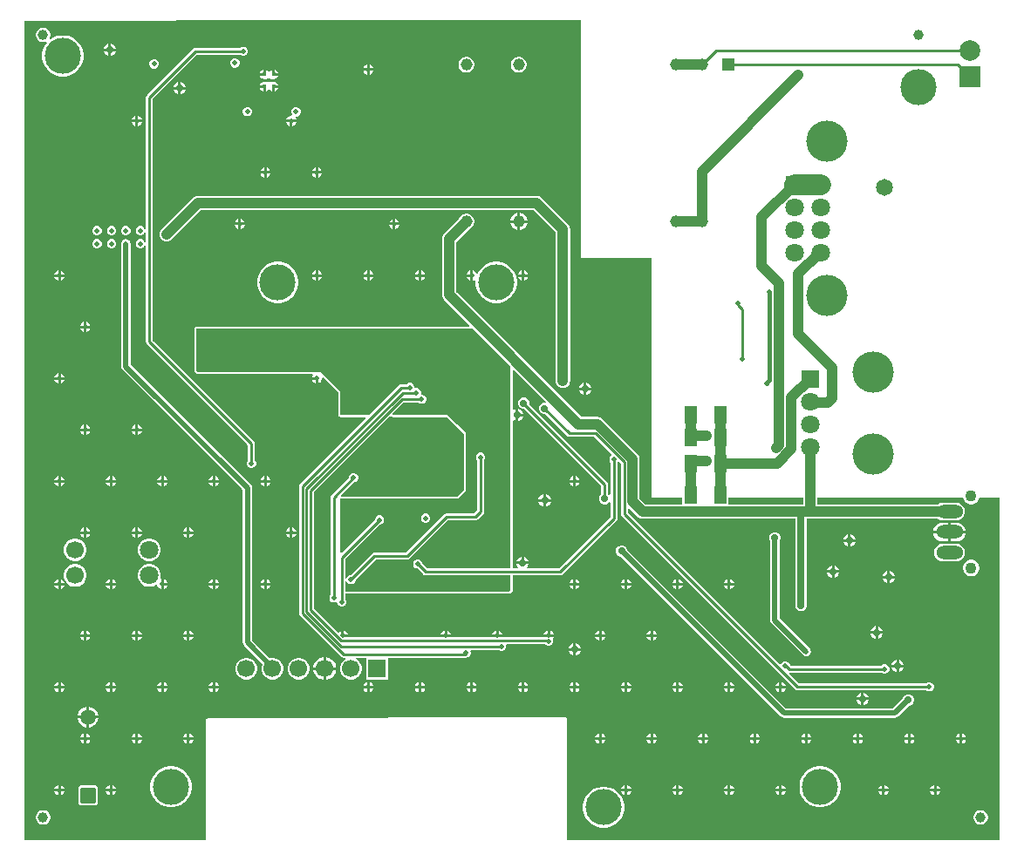
<source format=gbl>
G04*
G04 #@! TF.GenerationSoftware,Altium Limited,Altium Designer,21.0.9 (235)*
G04*
G04 Layer_Physical_Order=2*
G04 Layer_Color=16711680*
%FSLAX44Y44*%
%MOMM*%
G71*
G04*
G04 #@! TF.SameCoordinates,FA964728-6FA9-4AF5-8778-7C994F639020*
G04*
G04*
G04 #@! TF.FilePolarity,Positive*
G04*
G01*
G75*
%ADD12C,0.2540*%
%ADD14C,0.2500*%
%ADD16C,2.0000*%
%ADD17C,0.5000*%
%ADD18C,0.5000*%
%ADD54C,1.8000*%
%ADD56C,1.1000*%
%ADD88R,1.2500X1.7500*%
%ADD100C,1.0000*%
%ADD101C,0.4000*%
%ADD104C,1.7000*%
%ADD105R,1.7000X1.7000*%
%ADD106C,1.0000*%
%ADD107R,1.8000X1.8000*%
%ADD108C,4.0000*%
%ADD109C,1.6500*%
%ADD110R,2.0000X2.0000*%
%ADD111C,2.0000*%
%ADD112R,1.1500X1.1500*%
%ADD113C,1.1500*%
%ADD114C,3.5000*%
%ADD115C,0.4000*%
G04:AMPARAMS|DCode=116|XSize=1.5mm|YSize=1.5mm|CornerRadius=0.075mm|HoleSize=0mm|Usage=FLASHONLY|Rotation=180.000|XOffset=0mm|YOffset=0mm|HoleType=Round|Shape=RoundedRectangle|*
%AMROUNDEDRECTD116*
21,1,1.5000,1.3500,0,0,180.0*
21,1,1.3500,1.5000,0,0,180.0*
1,1,0.1500,-0.6750,0.6750*
1,1,0.1500,0.6750,0.6750*
1,1,0.1500,0.6750,-0.6750*
1,1,0.1500,-0.6750,-0.6750*
%
%ADD116ROUNDEDRECTD116*%
%ADD117C,1.5000*%
%ADD118O,2.6160X1.3080*%
%ADD119C,0.7000*%
%ADD120R,1.2000X1.7500*%
%ADD121C,0.7000*%
G36*
X-396240Y-291925D02*
Y-301775D01*
Y-313000D01*
Y-326399D01*
X-396240Y-333200D01*
Y-344980D01*
Y-364067D01*
X-396240Y-417471D01*
Y-433009D01*
Y-437303D01*
X-396240Y-477254D01*
Y-480055D01*
Y-488156D01*
X-477409D01*
X-481910Y-483655D01*
Y-482975D01*
X-482595Y-481321D01*
X-483861Y-480055D01*
X-485515Y-479370D01*
X-487305D01*
X-488959Y-480055D01*
X-490225Y-481321D01*
X-490910Y-482975D01*
Y-484765D01*
X-490225Y-486419D01*
X-488959Y-487685D01*
X-487305Y-488370D01*
X-486625D01*
X-481147Y-493848D01*
X-480066Y-494570D01*
X-478790Y-494824D01*
X-396240D01*
Y-509353D01*
X-397427Y-510540D01*
X-556756Y-510540D01*
Y-500725D01*
X-555486Y-500473D01*
X-554995Y-501659D01*
X-553729Y-502925D01*
X-552075Y-503610D01*
X-550285D01*
X-548631Y-502925D01*
X-547365Y-501659D01*
X-546680Y-500005D01*
Y-499325D01*
X-526939Y-479584D01*
X-496570D01*
X-495294Y-479330D01*
X-494212Y-478607D01*
X-457119Y-441514D01*
X-430560D01*
X-429284Y-441261D01*
X-428203Y-440538D01*
X-423032Y-435367D01*
X-422309Y-434285D01*
X-422055Y-433009D01*
Y-383160D01*
X-421574Y-382679D01*
X-420889Y-381025D01*
Y-379235D01*
X-421574Y-377581D01*
X-422840Y-376315D01*
X-424494Y-375630D01*
X-426284D01*
X-427938Y-376315D01*
X-429204Y-377581D01*
X-429889Y-379235D01*
Y-381025D01*
X-429204Y-382679D01*
X-428723Y-383160D01*
Y-431628D01*
X-431941Y-434846D01*
X-458500D01*
X-459776Y-435100D01*
X-460858Y-435823D01*
X-497951Y-472916D01*
X-528320D01*
X-529596Y-473170D01*
X-530677Y-473893D01*
X-551395Y-494610D01*
X-552075D01*
X-553729Y-495295D01*
X-554995Y-496561D01*
X-555486Y-497747D01*
X-556756Y-497495D01*
Y-479023D01*
X-523323Y-445590D01*
X-522614D01*
X-520961Y-444905D01*
X-519695Y-443639D01*
X-519010Y-441985D01*
Y-440195D01*
X-519695Y-438541D01*
X-520961Y-437275D01*
X-522614Y-436590D01*
X-524405D01*
X-526059Y-437275D01*
X-527324Y-438541D01*
X-528009Y-440195D01*
Y-440904D01*
X-560070Y-472964D01*
X-561340Y-472438D01*
X-561340Y-420370D01*
X-447040D01*
X-439420Y-412750D01*
X-439420Y-384810D01*
X-439420Y-356870D01*
X-440017Y-356273D01*
X-440017Y-356273D01*
X-440017Y-356273D01*
X-448310Y-347980D01*
X-456603Y-339687D01*
X-456603Y-339687D01*
X-456603Y-339687D01*
X-457200Y-339090D01*
X-458912D01*
X-510589Y-339090D01*
X-510643Y-339079D01*
X-510820Y-338790D01*
X-510990Y-337809D01*
X-510898Y-337538D01*
X-500543Y-327184D01*
X-485630D01*
X-485149Y-327665D01*
X-483495Y-328350D01*
X-481705D01*
X-480051Y-327665D01*
X-478785Y-326399D01*
X-478100Y-324745D01*
Y-322955D01*
X-478785Y-321301D01*
X-480051Y-320035D01*
X-481705Y-319350D01*
X-482201D01*
X-483180Y-318395D01*
Y-316605D01*
X-483865Y-314951D01*
X-485131Y-313685D01*
X-486785Y-313000D01*
X-488575D01*
X-489530Y-312021D01*
Y-311525D01*
X-490215Y-309871D01*
X-491481Y-308605D01*
X-493135Y-307920D01*
X-494925D01*
X-496579Y-308605D01*
X-497060Y-309086D01*
X-502347D01*
X-503623Y-309340D01*
X-504704Y-310063D01*
X-533732Y-339090D01*
X-537430D01*
X-561139D01*
X-561307Y-339057D01*
X-561340Y-338889D01*
Y-316230D01*
X-568866Y-308704D01*
X-575795Y-301775D01*
X-575795Y-301775D01*
X-580390Y-297180D01*
X-699853D01*
X-701040Y-295993D01*
X-701040Y-255471D01*
X-701007Y-255303D01*
X-700839Y-255270D01*
X-672530D01*
X-432895Y-255270D01*
X-396240Y-291925D01*
D02*
G37*
G36*
X-362195Y-325970D02*
X-362721Y-327240D01*
X-364314D01*
X-366335Y-328077D01*
X-367883Y-329624D01*
X-368720Y-331646D01*
Y-333834D01*
X-367883Y-335855D01*
X-366335Y-337403D01*
X-364314Y-338240D01*
X-362435D01*
X-341477Y-359198D01*
X-340396Y-359921D01*
X-339120Y-360174D01*
X-315268D01*
X-298215Y-377227D01*
X-298459Y-378455D01*
X-299725Y-379721D01*
X-300410Y-381375D01*
Y-383165D01*
X-299725Y-384819D01*
X-299244Y-385300D01*
Y-416352D01*
X-300514Y-416878D01*
X-301466Y-415926D01*
Y-406400D01*
X-301720Y-405124D01*
X-302442Y-404043D01*
X-378040Y-328445D01*
Y-326566D01*
X-378877Y-324544D01*
X-380424Y-322997D01*
X-382446Y-322160D01*
X-384634D01*
X-386656Y-322997D01*
X-388203Y-324544D01*
X-389040Y-326566D01*
Y-328754D01*
X-388203Y-330775D01*
X-386656Y-332323D01*
X-384634Y-333160D01*
X-382755D01*
X-308134Y-407781D01*
Y-415926D01*
X-309463Y-417254D01*
X-310300Y-419276D01*
Y-421464D01*
X-309463Y-423485D01*
X-307915Y-425033D01*
X-305894Y-425870D01*
X-303706D01*
X-301684Y-425033D01*
X-300514Y-423862D01*
X-299244Y-424388D01*
Y-438039D01*
X-349361Y-488156D01*
X-379918D01*
X-380444Y-486886D01*
X-379580Y-486021D01*
X-378688Y-483870D01*
X-390712D01*
X-389821Y-486021D01*
X-388956Y-486886D01*
X-389482Y-488156D01*
X-394201D01*
Y-477254D01*
X-394201Y-437303D01*
Y-433009D01*
Y-417471D01*
X-394201Y-364067D01*
Y-345112D01*
X-393953Y-344861D01*
X-392931Y-344368D01*
X-391160Y-345102D01*
Y-339090D01*
Y-333078D01*
X-392931Y-333812D01*
X-393953Y-333319D01*
X-394201Y-333068D01*
X-394201Y-326399D01*
Y-313000D01*
Y-301775D01*
Y-295623D01*
X-393027Y-295137D01*
X-362195Y-325970D01*
D02*
G37*
G36*
X-112470Y-425770D02*
X-184760D01*
Y-419100D01*
X-112470D01*
Y-425770D01*
D02*
G37*
G36*
X-327660Y-186690D02*
X-259080Y-186690D01*
Y-419100D01*
X-229510D01*
Y-425770D01*
X-265285D01*
X-271070Y-419986D01*
Y-383540D01*
X-271170Y-382781D01*
Y-381862D01*
X-271410Y-380035D01*
X-272115Y-378332D01*
X-273237Y-376870D01*
X-307120Y-342988D01*
X-308582Y-341866D01*
X-310285Y-341160D01*
X-312112Y-340920D01*
X-327276D01*
X-448870Y-219326D01*
Y-170935D01*
X-436371Y-158435D01*
X-436059Y-158352D01*
X-434291Y-157331D01*
X-432849Y-155889D01*
X-431828Y-154121D01*
X-431300Y-152150D01*
Y-150110D01*
X-431828Y-148139D01*
X-432849Y-146371D01*
X-434291Y-144929D01*
X-436059Y-143908D01*
X-438030Y-143380D01*
X-440070D01*
X-442041Y-143908D01*
X-443809Y-144929D01*
X-445252Y-146371D01*
X-446272Y-148139D01*
X-446355Y-148451D01*
X-460922Y-163018D01*
X-462044Y-164480D01*
X-462750Y-166183D01*
X-462990Y-168010D01*
Y-222250D01*
X-462750Y-224077D01*
X-462044Y-225780D01*
X-460922Y-227242D01*
X-436107Y-252057D01*
X-436593Y-253231D01*
X-672530Y-253231D01*
X-700839D01*
X-701036Y-253270D01*
X-701237Y-253270D01*
X-701405Y-253303D01*
X-701590Y-253380D01*
X-701620Y-253386D01*
X-701645Y-253403D01*
X-702140Y-253608D01*
X-702140Y-253608D01*
X-702140Y-253608D01*
X-702702Y-254170D01*
X-702702Y-254170D01*
X-702702Y-254171D01*
X-702907Y-254666D01*
X-702924Y-254690D01*
X-702930Y-254720D01*
X-703007Y-254905D01*
X-703040Y-255073D01*
Y-255274D01*
X-703079Y-255471D01*
X-703079Y-295993D01*
X-703079Y-295993D01*
X-702924Y-296773D01*
X-702482Y-297435D01*
X-702482Y-297435D01*
X-701295Y-298622D01*
X-700634Y-299064D01*
X-699853Y-299219D01*
X-588813D01*
X-588287Y-300489D01*
X-588473Y-300675D01*
X-589129Y-302260D01*
X-584200D01*
Y-303530D01*
X-582930D01*
Y-308459D01*
X-581345Y-307803D01*
X-579927Y-306385D01*
X-579160Y-304533D01*
Y-303090D01*
X-577890Y-302564D01*
X-577237Y-303217D01*
X-577237Y-303217D01*
X-570308Y-310146D01*
X-570308Y-310146D01*
X-563379Y-317075D01*
Y-338889D01*
X-563340Y-339086D01*
Y-339287D01*
X-563307Y-339455D01*
Y-339455D01*
X-563230Y-339640D01*
X-563224Y-339670D01*
X-563207Y-339695D01*
X-563002Y-340190D01*
X-562439Y-340752D01*
X-561945Y-340957D01*
X-561920Y-340974D01*
X-561890Y-340980D01*
X-561704Y-341057D01*
X-561704D01*
X-561537Y-341090D01*
X-561336D01*
X-561139Y-341129D01*
X-537430D01*
X-536944Y-342303D01*
X-600527Y-405886D01*
X-601250Y-406967D01*
X-601504Y-408243D01*
Y-531726D01*
X-601250Y-533002D01*
X-600527Y-534084D01*
X-560754Y-573857D01*
X-559672Y-574580D01*
X-558396Y-574834D01*
X-556298D01*
X-555958Y-576104D01*
X-557627Y-577068D01*
X-559582Y-579023D01*
X-560964Y-581417D01*
X-561680Y-584088D01*
Y-586852D01*
X-560964Y-589523D01*
X-559582Y-591917D01*
X-557627Y-593872D01*
X-555233Y-595254D01*
X-552562Y-595970D01*
X-549798D01*
X-547127Y-595254D01*
X-544733Y-593872D01*
X-542778Y-591917D01*
X-541396Y-589523D01*
X-540680Y-586852D01*
Y-584088D01*
X-541396Y-581417D01*
X-542778Y-579023D01*
X-544733Y-577068D01*
X-546402Y-576104D01*
X-546062Y-574834D01*
X-537494D01*
X-536280Y-574970D01*
X-536280Y-576104D01*
Y-595970D01*
X-515280D01*
Y-576104D01*
X-515280Y-574970D01*
X-514066Y-574834D01*
X-439420D01*
X-438897Y-574730D01*
X-438525D01*
X-438181Y-574588D01*
X-438144Y-574580D01*
X-438113Y-574559D01*
X-436871Y-574045D01*
X-435605Y-572779D01*
X-434920Y-571125D01*
Y-569335D01*
X-435272Y-568484D01*
X-434424Y-567214D01*
X-408160D01*
X-407679Y-567695D01*
X-406025Y-568380D01*
X-404235D01*
X-402581Y-567695D01*
X-401315Y-566429D01*
X-400630Y-564775D01*
Y-562985D01*
X-399935Y-561944D01*
X-362569D01*
X-361899Y-562615D01*
X-360245Y-563300D01*
X-358455D01*
X-356800Y-562615D01*
X-355535Y-561349D01*
X-354850Y-559695D01*
Y-557905D01*
X-355317Y-556775D01*
X-354927Y-556385D01*
X-354271Y-554800D01*
X-357246D01*
X-358454Y-554300D01*
X-360245D01*
X-361453Y-554800D01*
X-364419D01*
X-364737Y-555276D01*
X-403663D01*
X-403981Y-554800D01*
X-414419D01*
X-414737Y-555276D01*
X-453663D01*
X-453981Y-554800D01*
X-464419D01*
X-464737Y-555276D01*
X-553663D01*
X-553981Y-554800D01*
X-559200D01*
Y-553530D01*
X-560470D01*
Y-548601D01*
X-562055Y-549257D01*
X-563473Y-550675D01*
X-563734Y-550727D01*
X-587216Y-527245D01*
Y-413857D01*
X-513705Y-340345D01*
X-513613Y-340306D01*
X-512767Y-340196D01*
X-512766Y-340196D01*
X-512365Y-340212D01*
X-512058Y-340495D01*
X-512051Y-340502D01*
X-512031Y-340532D01*
X-512011Y-340546D01*
X-511840Y-340730D01*
X-511804Y-340747D01*
X-511775Y-340775D01*
X-511491Y-340893D01*
X-511370Y-340974D01*
X-511264Y-340995D01*
X-511117Y-341063D01*
X-511077Y-341064D01*
X-511040Y-341079D01*
X-510987Y-341090D01*
X-510786Y-341090D01*
X-510589Y-341129D01*
X-458912Y-341129D01*
X-458045D01*
X-458045Y-341129D01*
X-449752Y-349422D01*
X-441459Y-357715D01*
X-441459Y-384810D01*
X-441459Y-411905D01*
X-447885Y-418331D01*
X-560410D01*
X-560936Y-417061D01*
X-548425Y-404550D01*
X-547745D01*
X-546091Y-403865D01*
X-544825Y-402599D01*
X-544140Y-400945D01*
Y-399155D01*
X-544825Y-397501D01*
X-546091Y-396235D01*
X-547745Y-395550D01*
X-549535D01*
X-551189Y-396235D01*
X-552455Y-397501D01*
X-553140Y-399155D01*
Y-399835D01*
X-570047Y-416743D01*
X-570770Y-417824D01*
X-571024Y-419100D01*
Y-513860D01*
X-571505Y-514341D01*
X-572190Y-515995D01*
Y-517785D01*
X-571505Y-519439D01*
X-570239Y-520705D01*
X-568585Y-521390D01*
X-566795D01*
X-565840Y-520994D01*
X-564604Y-521579D01*
X-564519Y-521717D01*
X-563885Y-523249D01*
X-562619Y-524515D01*
X-560965Y-525200D01*
X-559175D01*
X-557521Y-524515D01*
X-556255Y-523249D01*
X-555570Y-521595D01*
Y-519805D01*
X-556255Y-518151D01*
X-556756Y-517650D01*
Y-512579D01*
X-397427Y-512579D01*
X-397427Y-512579D01*
X-396646Y-512424D01*
X-395985Y-511982D01*
X-395985Y-511982D01*
X-394798Y-510795D01*
X-394356Y-510134D01*
X-394201Y-509353D01*
Y-494824D01*
X-347980D01*
X-346704Y-494570D01*
X-345622Y-493848D01*
X-293552Y-441777D01*
X-292830Y-440696D01*
X-292576Y-439420D01*
Y-385300D01*
X-292257Y-384981D01*
X-291589Y-384718D01*
X-290867Y-384575D01*
X-289084Y-386358D01*
Y-435234D01*
X-288830Y-436510D01*
X-288107Y-437591D01*
X-120091Y-605607D01*
X-119010Y-606330D01*
X-117734Y-606584D01*
X7130D01*
X7611Y-607065D01*
X9265Y-607750D01*
X11055D01*
X12709Y-607065D01*
X13975Y-605799D01*
X14660Y-604145D01*
Y-602355D01*
X13975Y-600701D01*
X12709Y-599435D01*
X11055Y-598750D01*
X9265D01*
X7611Y-599435D01*
X7130Y-599916D01*
X-116353D01*
X-125815Y-590454D01*
X-125288Y-589184D01*
X-36050D01*
X-35569Y-589665D01*
X-33915Y-590350D01*
X-32125D01*
X-30471Y-589665D01*
X-29205Y-588399D01*
X-28520Y-586745D01*
Y-584955D01*
X-29205Y-583301D01*
X-30471Y-582035D01*
X-32125Y-581350D01*
X-33915D01*
X-35569Y-582035D01*
X-36050Y-582516D01*
X-124573D01*
X-125040Y-582049D01*
Y-582035D01*
X-125725Y-580381D01*
X-126991Y-579115D01*
X-128645Y-578430D01*
X-130435D01*
X-132089Y-579115D01*
X-133355Y-580381D01*
X-133571Y-580902D01*
X-135069Y-581200D01*
X-282416Y-433853D01*
Y-430268D01*
X-281243Y-429782D01*
X-273202Y-437822D01*
X-271740Y-438945D01*
X-270037Y-439650D01*
X-268210Y-439890D01*
X-119951D01*
Y-524188D01*
X-119843Y-524729D01*
Y-525282D01*
X-119632Y-525792D01*
X-119524Y-526334D01*
X-119217Y-526793D01*
X-119006Y-527303D01*
X-118615Y-527694D01*
X-118308Y-528153D01*
X-117849Y-528460D01*
X-117459Y-528850D01*
X-116948Y-529062D01*
X-116489Y-529369D01*
X-115948Y-529476D01*
X-115437Y-529688D01*
X-114885D01*
X-114343Y-529795D01*
X-113801Y-529688D01*
X-113249D01*
X-112739Y-529476D01*
X-112197Y-529369D01*
X-111738Y-529062D01*
X-111228Y-528850D01*
X-110837Y-528460D01*
X-110378Y-528153D01*
X-110071Y-527694D01*
X-109681Y-527303D01*
X-109469Y-526793D01*
X-109162Y-526334D01*
X-109055Y-525792D01*
X-108843Y-525282D01*
Y-524729D01*
X-108735Y-524188D01*
Y-439890D01*
X18433D01*
X18953Y-440290D01*
X21031Y-441150D01*
X23260Y-441444D01*
X36340D01*
X38569Y-441150D01*
X40647Y-440290D01*
X42431Y-438921D01*
X43800Y-437137D01*
X44660Y-435059D01*
X44954Y-432830D01*
X44660Y-430601D01*
X43800Y-428523D01*
X42431Y-426739D01*
X40647Y-425370D01*
X38569Y-424510D01*
X36340Y-424216D01*
X23260D01*
X21031Y-424510D01*
X18953Y-425370D01*
X18433Y-425770D01*
X-98350D01*
Y-419100D01*
X42858D01*
X43345Y-420918D01*
X44398Y-422742D01*
X45888Y-424232D01*
X47712Y-425285D01*
X49747Y-425830D01*
X51853D01*
X53888Y-425285D01*
X55712Y-424232D01*
X57202Y-422742D01*
X58255Y-420918D01*
X58742Y-419100D01*
X78490D01*
Y-751251D01*
X77592Y-752149D01*
X-341621Y-751833D01*
Y-635000D01*
X-341622Y-634995D01*
X-341621Y-634991D01*
X-341719Y-634509D01*
X-341815Y-634025D01*
X-341818Y-634021D01*
X-341819Y-634016D01*
X-342094Y-633607D01*
X-342368Y-633198D01*
X-342372Y-633195D01*
X-342374Y-633191D01*
X-342786Y-632918D01*
X-343195Y-632645D01*
X-343199Y-632644D01*
X-343203Y-632642D01*
X-343687Y-632547D01*
X-344170Y-632451D01*
X-344175Y-632452D01*
X-344179Y-632451D01*
X-689619Y-633721D01*
X-690101Y-633819D01*
X-690585Y-633915D01*
X-690589Y-633918D01*
X-690594Y-633919D01*
X-691003Y-634194D01*
X-691412Y-634468D01*
X-691415Y-634472D01*
X-691419Y-634474D01*
X-691692Y-634886D01*
X-691965Y-635295D01*
X-691966Y-635299D01*
X-691968Y-635303D01*
X-692063Y-635787D01*
X-692159Y-636270D01*
Y-751841D01*
X-867291Y-752537D01*
X-868190Y-751640D01*
Y44139D01*
X-575452Y44530D01*
X-327660D01*
X-327660Y-186690D01*
D02*
G37*
%LPC*%
G36*
X-477895Y-434920D02*
X-479685D01*
X-481339Y-435605D01*
X-482605Y-436871D01*
X-483290Y-438525D01*
Y-440315D01*
X-482605Y-441969D01*
X-481339Y-443235D01*
X-479685Y-443920D01*
X-477895D01*
X-476241Y-443235D01*
X-474975Y-441969D01*
X-474290Y-440315D01*
Y-438525D01*
X-474975Y-436871D01*
X-476241Y-435605D01*
X-477895Y-434920D01*
D02*
G37*
G36*
X-388620Y-333078D02*
Y-337820D01*
X-383878D01*
X-384770Y-335669D01*
X-386469Y-333969D01*
X-388620Y-333078D01*
D02*
G37*
G36*
X-383878Y-340360D02*
X-388620D01*
Y-345102D01*
X-386469Y-344211D01*
X-384770Y-342511D01*
X-383878Y-340360D01*
D02*
G37*
G36*
X-332930Y-398601D02*
Y-402260D01*
X-329271D01*
X-329927Y-400675D01*
X-331345Y-399257D01*
X-332930Y-398601D01*
D02*
G37*
G36*
X-335470D02*
X-337055Y-399257D01*
X-338473Y-400675D01*
X-339129Y-402260D01*
X-335470D01*
Y-398601D01*
D02*
G37*
G36*
X-329271Y-404800D02*
X-332930D01*
Y-408459D01*
X-331345Y-407803D01*
X-329927Y-406385D01*
X-329271Y-404800D01*
D02*
G37*
G36*
X-335470D02*
X-339129D01*
X-338473Y-406385D01*
X-337055Y-407803D01*
X-335470Y-408459D01*
Y-404800D01*
D02*
G37*
G36*
X-361840Y-416136D02*
Y-420878D01*
X-357098D01*
X-357989Y-418727D01*
X-359688Y-417028D01*
X-361840Y-416136D01*
D02*
G37*
G36*
X-364380D02*
X-366531Y-417028D01*
X-368230Y-418727D01*
X-369121Y-420878D01*
X-364380D01*
Y-416136D01*
D02*
G37*
G36*
X-357098Y-423418D02*
X-361840D01*
Y-428160D01*
X-359688Y-427268D01*
X-357989Y-425569D01*
X-357098Y-423418D01*
D02*
G37*
G36*
X-364380D02*
X-369121D01*
X-368230Y-425569D01*
X-366531Y-427268D01*
X-364380Y-428160D01*
Y-423418D01*
D02*
G37*
G36*
X-383430Y-476588D02*
Y-481330D01*
X-378688D01*
X-379580Y-479179D01*
X-381279Y-477480D01*
X-383430Y-476588D01*
D02*
G37*
G36*
X-385970D02*
X-388121Y-477480D01*
X-389821Y-479179D01*
X-390712Y-481330D01*
X-385970D01*
Y-476588D01*
D02*
G37*
G36*
X-784152Y21472D02*
Y16731D01*
X-779410D01*
X-780302Y18882D01*
X-782001Y20581D01*
X-784152Y21472D01*
D02*
G37*
G36*
X-786692D02*
X-788843Y20581D01*
X-790543Y18882D01*
X-791434Y16731D01*
X-786692D01*
Y21472D01*
D02*
G37*
G36*
X-655082Y18691D02*
X-656872D01*
X-658526Y18005D01*
X-659027Y17504D01*
X-702089D01*
X-703357Y17252D01*
X-704433Y16534D01*
X-749103Y-28137D01*
X-749821Y-29212D01*
X-750074Y-30480D01*
Y-158405D01*
X-751344Y-158657D01*
X-751835Y-157471D01*
X-753101Y-156205D01*
X-754755Y-155520D01*
X-756545D01*
X-758199Y-156205D01*
X-759465Y-157471D01*
X-760150Y-159125D01*
Y-160915D01*
X-759465Y-162569D01*
X-758199Y-163835D01*
X-756545Y-164520D01*
X-754755D01*
X-753101Y-163835D01*
X-751835Y-162569D01*
X-751344Y-161383D01*
X-750074Y-161635D01*
Y-171105D01*
X-751344Y-171357D01*
X-751835Y-170171D01*
X-753101Y-168905D01*
X-754755Y-168220D01*
X-756545D01*
X-758199Y-168905D01*
X-759465Y-170171D01*
X-760150Y-171825D01*
Y-173615D01*
X-759465Y-175269D01*
X-758199Y-176535D01*
X-756545Y-177220D01*
X-754755D01*
X-753101Y-176535D01*
X-751835Y-175269D01*
X-751344Y-174083D01*
X-750074Y-174335D01*
Y-267970D01*
X-749821Y-269238D01*
X-749103Y-270313D01*
X-651014Y-368403D01*
Y-383030D01*
X-651515Y-383531D01*
X-652200Y-385185D01*
Y-386975D01*
X-651515Y-388629D01*
X-650249Y-389895D01*
X-648595Y-390580D01*
X-646805D01*
X-645151Y-389895D01*
X-643885Y-388629D01*
X-643200Y-386975D01*
Y-385185D01*
X-643885Y-383531D01*
X-644386Y-383030D01*
Y-367030D01*
X-644639Y-365762D01*
X-645357Y-364687D01*
X-743446Y-266597D01*
Y-31853D01*
X-700717Y10877D01*
X-659027D01*
X-658526Y10376D01*
X-656872Y9691D01*
X-655082D01*
X-653428Y10376D01*
X-652162Y11642D01*
X-651477Y13296D01*
Y15086D01*
X-652162Y16740D01*
X-653428Y18005D01*
X-655082Y18691D01*
D02*
G37*
G36*
X-779410Y14191D02*
X-784152D01*
Y9449D01*
X-782001Y10340D01*
X-780302Y12040D01*
X-779410Y14191D01*
D02*
G37*
G36*
X-786692D02*
X-791434D01*
X-790543Y12040D01*
X-788843Y10340D01*
X-786692Y9449D01*
Y14191D01*
D02*
G37*
G36*
X-662933Y7261D02*
X-664724D01*
X-666377Y6575D01*
X-667643Y5310D01*
X-668328Y3656D01*
Y1866D01*
X-667643Y212D01*
X-666377Y-1054D01*
X-664724Y-1739D01*
X-662933D01*
X-661279Y-1054D01*
X-660014Y212D01*
X-659329Y1866D01*
Y3656D01*
X-660014Y5310D01*
X-661279Y6575D01*
X-662933Y7261D01*
D02*
G37*
G36*
X-532930Y1399D02*
Y-2260D01*
X-529271D01*
X-529927Y-675D01*
X-531345Y743D01*
X-532930Y1399D01*
D02*
G37*
G36*
X-535470D02*
X-537055Y743D01*
X-538473Y-675D01*
X-539129Y-2260D01*
X-535470D01*
Y1399D01*
D02*
G37*
G36*
X-741502Y6569D02*
X-743292D01*
X-744947Y5884D01*
X-746212Y4618D01*
X-746897Y2964D01*
Y1174D01*
X-746212Y-480D01*
X-744947Y-1746D01*
X-743292Y-2431D01*
X-741502D01*
X-739848Y-1746D01*
X-738583Y-480D01*
X-737897Y1174D01*
Y2964D01*
X-738583Y4618D01*
X-739848Y5884D01*
X-741502Y6569D01*
D02*
G37*
G36*
X-387230Y9020D02*
X-389270D01*
X-391241Y8492D01*
X-393009Y7472D01*
X-394451Y6029D01*
X-395472Y4261D01*
X-396000Y2290D01*
Y250D01*
X-395472Y-1721D01*
X-394451Y-3489D01*
X-393009Y-4931D01*
X-391241Y-5952D01*
X-389270Y-6480D01*
X-387230D01*
X-385259Y-5952D01*
X-383491Y-4931D01*
X-382048Y-3489D01*
X-381028Y-1721D01*
X-380500Y250D01*
Y2290D01*
X-381028Y4261D01*
X-382048Y6029D01*
X-383491Y7472D01*
X-385259Y8492D01*
X-387230Y9020D01*
D02*
G37*
G36*
X-438030D02*
X-440070D01*
X-442041Y8492D01*
X-443809Y7472D01*
X-445252Y6029D01*
X-446272Y4261D01*
X-446800Y2290D01*
Y250D01*
X-446272Y-1721D01*
X-445252Y-3489D01*
X-443809Y-4931D01*
X-442041Y-5952D01*
X-440070Y-6480D01*
X-438030D01*
X-436059Y-5952D01*
X-434291Y-4931D01*
X-432849Y-3489D01*
X-431828Y-1721D01*
X-431300Y250D01*
Y2290D01*
X-431828Y4261D01*
X-432849Y6029D01*
X-434291Y7472D01*
X-436059Y8492D01*
X-438030Y9020D01*
D02*
G37*
G36*
X-625038Y-3692D02*
Y-6810D01*
X-621920D01*
X-622460Y-5508D01*
X-623737Y-4231D01*
X-625038Y-3692D01*
D02*
G37*
G36*
X-636578D02*
X-637880Y-4231D01*
X-639157Y-5508D01*
X-639697Y-6810D01*
X-636578D01*
Y-3692D01*
D02*
G37*
G36*
X-529271Y-4800D02*
X-532930D01*
Y-8459D01*
X-531345Y-7803D01*
X-529927Y-6385D01*
X-529271Y-4800D01*
D02*
G37*
G36*
X-535470D02*
X-539129D01*
X-538473Y-6385D01*
X-537055Y-7803D01*
X-535470Y-8459D01*
Y-4800D01*
D02*
G37*
G36*
X-849078Y37000D02*
X-850922D01*
X-852702Y36523D01*
X-854298Y35601D01*
X-855601Y34298D01*
X-856523Y32702D01*
X-857000Y30922D01*
Y29078D01*
X-856523Y27298D01*
X-855601Y25702D01*
X-854298Y24399D01*
X-852702Y23477D01*
X-850922Y23000D01*
X-849078D01*
X-847298Y23477D01*
X-846932Y23688D01*
X-846152Y22672D01*
X-846395Y22429D01*
X-848584Y19153D01*
X-850091Y15514D01*
X-850860Y11650D01*
Y7710D01*
X-850091Y3846D01*
X-848584Y206D01*
X-846395Y-3069D01*
X-843609Y-5855D01*
X-840333Y-8044D01*
X-836694Y-9551D01*
X-832830Y-10320D01*
X-828890D01*
X-825026Y-9551D01*
X-821386Y-8044D01*
X-818111Y-5855D01*
X-815325Y-3069D01*
X-813136Y206D01*
X-811629Y3846D01*
X-810860Y7710D01*
Y11650D01*
X-811629Y15514D01*
X-813136Y19153D01*
X-815325Y22429D01*
X-818111Y25215D01*
X-821386Y27404D01*
X-825026Y28911D01*
X-828890Y29680D01*
X-832830D01*
X-836694Y28911D01*
X-840333Y27404D01*
X-842964Y25646D01*
X-843916Y26537D01*
X-843477Y27298D01*
X-843000Y29078D01*
Y30922D01*
X-843477Y32702D01*
X-844399Y34298D01*
X-845702Y35601D01*
X-847298Y36523D01*
X-849078Y37000D01*
D02*
G37*
G36*
X-634039Y-3692D02*
Y-8080D01*
X-635308D01*
Y-9350D01*
X-639696D01*
X-639157Y-10651D01*
X-637880Y-11928D01*
X-636451Y-12520D01*
X-635965Y-12809D01*
X-630808D01*
X-625652D01*
X-625166Y-12520D01*
X-623737Y-11928D01*
X-622460Y-10651D01*
X-621921Y-9350D01*
X-626308D01*
Y-8080D01*
X-627578D01*
Y-3692D01*
X-628880Y-4231D01*
X-630157Y-5508D01*
X-630173Y-5547D01*
X-631443D01*
X-631460Y-5508D01*
X-632737Y-4231D01*
X-634039Y-3692D01*
D02*
G37*
G36*
X-716280Y-15578D02*
Y-20320D01*
X-711538D01*
X-712430Y-18169D01*
X-714129Y-16470D01*
X-716280Y-15578D01*
D02*
G37*
G36*
X-718820D02*
X-720971Y-16470D01*
X-722671Y-18169D01*
X-723562Y-20320D01*
X-718820D01*
Y-15578D01*
D02*
G37*
G36*
X-621921Y-21350D02*
X-625038D01*
Y-24468D01*
X-623737Y-23928D01*
X-622460Y-22651D01*
X-621921Y-21350D01*
D02*
G37*
G36*
X-636578D02*
X-639696D01*
X-639157Y-22651D01*
X-637880Y-23928D01*
X-636578Y-24468D01*
Y-21350D01*
D02*
G37*
G36*
X-625652Y-15350D02*
X-630808D01*
X-635965D01*
X-636451Y-15639D01*
X-637880Y-16231D01*
X-639157Y-17508D01*
X-639697Y-18810D01*
X-635308D01*
Y-20080D01*
X-634039D01*
Y-24468D01*
X-632737Y-23928D01*
X-631460Y-22651D01*
X-631443Y-22612D01*
X-630173D01*
X-630157Y-22651D01*
X-628880Y-23928D01*
X-627578Y-24468D01*
Y-20080D01*
X-626308D01*
Y-18810D01*
X-621920D01*
X-622460Y-17508D01*
X-623737Y-16231D01*
X-625166Y-15639D01*
X-625652Y-15350D01*
D02*
G37*
G36*
X-711538Y-22860D02*
X-716280D01*
Y-27602D01*
X-714129Y-26711D01*
X-712430Y-25011D01*
X-711538Y-22860D01*
D02*
G37*
G36*
X-718820D02*
X-723562D01*
X-722671Y-25011D01*
X-720971Y-26711D01*
X-718820Y-27602D01*
Y-22860D01*
D02*
G37*
G36*
X-650913Y-39950D02*
X-652703D01*
X-654358Y-40635D01*
X-655623Y-41901D01*
X-656308Y-43555D01*
Y-45345D01*
X-655623Y-46999D01*
X-654358Y-48265D01*
X-652703Y-48950D01*
X-650913D01*
X-649259Y-48265D01*
X-647993Y-46999D01*
X-647309Y-45345D01*
Y-43555D01*
X-647993Y-41901D01*
X-649259Y-40635D01*
X-650913Y-39950D01*
D02*
G37*
G36*
X-603548Y-40109D02*
X-605338D01*
X-606992Y-40795D01*
X-608258Y-42060D01*
X-608943Y-43714D01*
Y-45504D01*
X-608258Y-47158D01*
X-608196Y-47221D01*
X-608723Y-48490D01*
X-610202D01*
X-612055Y-49257D01*
X-613473Y-50675D01*
X-614129Y-52260D01*
X-604271D01*
X-604927Y-50675D01*
X-605223Y-50379D01*
X-604697Y-49109D01*
X-603548D01*
X-601894Y-48424D01*
X-600628Y-47158D01*
X-599943Y-45504D01*
Y-43714D01*
X-600628Y-42060D01*
X-601894Y-40795D01*
X-603548Y-40109D01*
D02*
G37*
G36*
X-757930Y-48601D02*
Y-52260D01*
X-754271D01*
X-754927Y-50675D01*
X-756345Y-49257D01*
X-757930Y-48601D01*
D02*
G37*
G36*
X-760470D02*
X-762055Y-49257D01*
X-763473Y-50675D01*
X-764129Y-52260D01*
X-760470D01*
Y-48601D01*
D02*
G37*
G36*
X-604271Y-54800D02*
X-607930D01*
Y-58459D01*
X-606345Y-57803D01*
X-604927Y-56385D01*
X-604271Y-54800D01*
D02*
G37*
G36*
X-610470D02*
X-614129D01*
X-613473Y-56385D01*
X-612055Y-57803D01*
X-610470Y-58459D01*
Y-54800D01*
D02*
G37*
G36*
X-754271D02*
X-757930D01*
Y-58459D01*
X-756345Y-57803D01*
X-754927Y-56385D01*
X-754271Y-54800D01*
D02*
G37*
G36*
X-760470D02*
X-764129D01*
X-763473Y-56385D01*
X-762055Y-57803D01*
X-760470Y-58459D01*
Y-54800D01*
D02*
G37*
G36*
X-582930Y-98601D02*
Y-102260D01*
X-579271D01*
X-579927Y-100675D01*
X-581345Y-99257D01*
X-582930Y-98601D01*
D02*
G37*
G36*
X-585470D02*
X-587055Y-99257D01*
X-588473Y-100675D01*
X-589129Y-102260D01*
X-585470D01*
Y-98601D01*
D02*
G37*
G36*
X-632930D02*
Y-102260D01*
X-629271D01*
X-629927Y-100675D01*
X-631345Y-99257D01*
X-632930Y-98601D01*
D02*
G37*
G36*
X-635470D02*
X-637055Y-99257D01*
X-638473Y-100675D01*
X-639129Y-102260D01*
X-635470D01*
Y-98601D01*
D02*
G37*
G36*
X-579271Y-104800D02*
X-582930D01*
Y-108459D01*
X-581345Y-107803D01*
X-579927Y-106385D01*
X-579271Y-104800D01*
D02*
G37*
G36*
X-585470D02*
X-589129D01*
X-588473Y-106385D01*
X-587055Y-107803D01*
X-585470Y-108459D01*
Y-104800D01*
D02*
G37*
G36*
X-629271D02*
X-632930D01*
Y-108459D01*
X-631345Y-107803D01*
X-629927Y-106385D01*
X-629271Y-104800D01*
D02*
G37*
G36*
X-635470D02*
X-639129D01*
X-638473Y-106385D01*
X-637055Y-107803D01*
X-635470Y-108459D01*
Y-104800D01*
D02*
G37*
G36*
X-386980Y-142888D02*
Y-149860D01*
X-380008D01*
X-380525Y-147930D01*
X-381616Y-146040D01*
X-383160Y-144496D01*
X-385050Y-143405D01*
X-386980Y-142888D01*
D02*
G37*
G36*
X-389520Y-142888D02*
X-391450Y-143405D01*
X-393340Y-144496D01*
X-394884Y-146040D01*
X-395975Y-147930D01*
X-396492Y-149860D01*
X-389520D01*
Y-142888D01*
D02*
G37*
G36*
X-507930Y-148601D02*
Y-152260D01*
X-504271D01*
X-504927Y-150675D01*
X-506345Y-149257D01*
X-507930Y-148601D01*
D02*
G37*
G36*
X-510470D02*
X-512055Y-149257D01*
X-513473Y-150675D01*
X-514129Y-152260D01*
X-510470D01*
Y-148601D01*
D02*
G37*
G36*
X-657930D02*
Y-152260D01*
X-654271D01*
X-654927Y-150675D01*
X-656345Y-149257D01*
X-657930Y-148601D01*
D02*
G37*
G36*
X-660470D02*
X-662055Y-149257D01*
X-663473Y-150675D01*
X-664129Y-152260D01*
X-660470D01*
Y-148601D01*
D02*
G37*
G36*
X-504271Y-154800D02*
X-507930D01*
Y-158459D01*
X-506345Y-157803D01*
X-504927Y-156385D01*
X-504271Y-154800D01*
D02*
G37*
G36*
X-510470D02*
X-514129D01*
X-513473Y-156385D01*
X-512055Y-157803D01*
X-510470Y-158459D01*
Y-154800D01*
D02*
G37*
G36*
X-654271D02*
X-657930D01*
Y-158459D01*
X-656345Y-157803D01*
X-654927Y-156385D01*
X-654271Y-154800D01*
D02*
G37*
G36*
X-660470D02*
X-664129D01*
X-663473Y-156385D01*
X-662055Y-157803D01*
X-660470Y-158459D01*
Y-154800D01*
D02*
G37*
G36*
X-380008Y-152400D02*
X-386980D01*
Y-159372D01*
X-385050Y-158855D01*
X-383160Y-157764D01*
X-381616Y-156220D01*
X-380525Y-154330D01*
X-380008Y-152400D01*
D02*
G37*
G36*
X-389520D02*
X-396492D01*
X-395975Y-154330D01*
X-394884Y-156220D01*
X-393340Y-157764D01*
X-391450Y-158855D01*
X-389520Y-159372D01*
Y-152400D01*
D02*
G37*
G36*
X-768725Y-155520D02*
X-770515D01*
X-772169Y-156205D01*
X-773435Y-157471D01*
X-774120Y-159125D01*
Y-160915D01*
X-773435Y-162569D01*
X-772169Y-163835D01*
X-770515Y-164520D01*
X-768725D01*
X-767071Y-163835D01*
X-765805Y-162569D01*
X-765120Y-160915D01*
Y-159125D01*
X-765805Y-157471D01*
X-767071Y-156205D01*
X-768725Y-155520D01*
D02*
G37*
G36*
X-782695D02*
X-784485D01*
X-786139Y-156205D01*
X-787405Y-157471D01*
X-788090Y-159125D01*
Y-160915D01*
X-787405Y-162569D01*
X-786139Y-163835D01*
X-784485Y-164520D01*
X-782695D01*
X-781041Y-163835D01*
X-779775Y-162569D01*
X-779090Y-160915D01*
Y-159125D01*
X-779775Y-157471D01*
X-781041Y-156205D01*
X-782695Y-155520D01*
D02*
G37*
G36*
X-796665D02*
X-798455D01*
X-800109Y-156205D01*
X-801375Y-157471D01*
X-802060Y-159125D01*
Y-160915D01*
X-801375Y-162569D01*
X-800109Y-163835D01*
X-798455Y-164520D01*
X-796665D01*
X-795011Y-163835D01*
X-793745Y-162569D01*
X-793060Y-160915D01*
Y-159125D01*
X-793745Y-157471D01*
X-795011Y-156205D01*
X-796665Y-155520D01*
D02*
G37*
G36*
X-782695Y-168220D02*
X-784485D01*
X-786139Y-168905D01*
X-787405Y-170171D01*
X-788090Y-171825D01*
Y-173615D01*
X-787405Y-175269D01*
X-786139Y-176535D01*
X-784485Y-177220D01*
X-782695D01*
X-781041Y-176535D01*
X-779775Y-175269D01*
X-779090Y-173615D01*
Y-171825D01*
X-779775Y-170171D01*
X-781041Y-168905D01*
X-782695Y-168220D01*
D02*
G37*
G36*
X-796665D02*
X-798455D01*
X-800109Y-168905D01*
X-801375Y-170171D01*
X-802060Y-171825D01*
Y-173615D01*
X-801375Y-175269D01*
X-800109Y-176535D01*
X-798455Y-177220D01*
X-796665D01*
X-795011Y-176535D01*
X-793745Y-175269D01*
X-793060Y-173615D01*
Y-171825D01*
X-793745Y-170171D01*
X-795011Y-168905D01*
X-796665Y-168220D01*
D02*
G37*
G36*
X-408140Y-190320D02*
X-412080D01*
X-415944Y-191089D01*
X-419584Y-192596D01*
X-422859Y-194785D01*
X-425645Y-197571D01*
X-427834Y-200847D01*
X-428158Y-201628D01*
X-429532D01*
X-429927Y-200675D01*
X-431345Y-199257D01*
X-432930Y-198601D01*
Y-203530D01*
Y-208459D01*
X-431345Y-207803D01*
X-431284Y-207741D01*
X-430139Y-208335D01*
X-430110Y-208364D01*
Y-212290D01*
X-429341Y-216154D01*
X-427834Y-219793D01*
X-425645Y-223069D01*
X-422859Y-225855D01*
X-419584Y-228044D01*
X-415944Y-229551D01*
X-412080Y-230320D01*
X-408140D01*
X-404276Y-229551D01*
X-400636Y-228044D01*
X-397361Y-225855D01*
X-394575Y-223069D01*
X-392386Y-219793D01*
X-390879Y-216154D01*
X-390110Y-212290D01*
Y-208350D01*
X-390879Y-204486D01*
X-392386Y-200847D01*
X-394575Y-197571D01*
X-397361Y-194785D01*
X-400636Y-192596D01*
X-404276Y-191089D01*
X-408140Y-190320D01*
D02*
G37*
G36*
X-382930Y-198601D02*
Y-202260D01*
X-379271D01*
X-379927Y-200675D01*
X-381345Y-199257D01*
X-382930Y-198601D01*
D02*
G37*
G36*
X-385470D02*
X-387055Y-199257D01*
X-388473Y-200675D01*
X-389129Y-202260D01*
X-385470D01*
Y-198601D01*
D02*
G37*
G36*
X-435470D02*
X-437055Y-199257D01*
X-438473Y-200675D01*
X-439129Y-202260D01*
X-435470D01*
Y-198601D01*
D02*
G37*
G36*
X-482930D02*
Y-202260D01*
X-479271D01*
X-479927Y-200675D01*
X-481345Y-199257D01*
X-482930Y-198601D01*
D02*
G37*
G36*
X-485470D02*
X-487055Y-199257D01*
X-488473Y-200675D01*
X-489129Y-202260D01*
X-485470D01*
Y-198601D01*
D02*
G37*
G36*
X-532930D02*
Y-202260D01*
X-529271D01*
X-529927Y-200675D01*
X-531345Y-199257D01*
X-532930Y-198601D01*
D02*
G37*
G36*
X-535470D02*
X-537055Y-199257D01*
X-538473Y-200675D01*
X-539129Y-202260D01*
X-535470D01*
Y-198601D01*
D02*
G37*
G36*
X-582930D02*
Y-202260D01*
X-579271D01*
X-579927Y-200675D01*
X-581345Y-199257D01*
X-582930Y-198601D01*
D02*
G37*
G36*
X-585470D02*
X-587055Y-199257D01*
X-588473Y-200675D01*
X-589129Y-202260D01*
X-585470D01*
Y-198601D01*
D02*
G37*
G36*
X-832930D02*
Y-202260D01*
X-829271D01*
X-829927Y-200675D01*
X-831345Y-199257D01*
X-832930Y-198601D01*
D02*
G37*
G36*
X-835470D02*
X-837055Y-199257D01*
X-838473Y-200675D01*
X-839129Y-202260D01*
X-835470D01*
Y-198601D01*
D02*
G37*
G36*
X-379271Y-204800D02*
X-382930D01*
Y-208459D01*
X-381345Y-207803D01*
X-379927Y-206385D01*
X-379271Y-204800D01*
D02*
G37*
G36*
X-385470D02*
X-389129D01*
X-388473Y-206385D01*
X-387055Y-207803D01*
X-385470Y-208459D01*
Y-204800D01*
D02*
G37*
G36*
X-435470D02*
X-439129D01*
X-438473Y-206385D01*
X-437055Y-207803D01*
X-435470Y-208459D01*
Y-204800D01*
D02*
G37*
G36*
X-479271D02*
X-482930D01*
Y-208459D01*
X-481345Y-207803D01*
X-479927Y-206385D01*
X-479271Y-204800D01*
D02*
G37*
G36*
X-485470D02*
X-489129D01*
X-488473Y-206385D01*
X-487055Y-207803D01*
X-485470Y-208459D01*
Y-204800D01*
D02*
G37*
G36*
X-529271D02*
X-532930D01*
Y-208459D01*
X-531345Y-207803D01*
X-529927Y-206385D01*
X-529271Y-204800D01*
D02*
G37*
G36*
X-535470D02*
X-539129D01*
X-538473Y-206385D01*
X-537055Y-207803D01*
X-535470Y-208459D01*
Y-204800D01*
D02*
G37*
G36*
X-579271D02*
X-582930D01*
Y-208459D01*
X-581345Y-207803D01*
X-579927Y-206385D01*
X-579271Y-204800D01*
D02*
G37*
G36*
X-585470D02*
X-589129D01*
X-588473Y-206385D01*
X-587055Y-207803D01*
X-585470Y-208459D01*
Y-204800D01*
D02*
G37*
G36*
X-829271D02*
X-832930D01*
Y-208459D01*
X-831345Y-207803D01*
X-829927Y-206385D01*
X-829271Y-204800D01*
D02*
G37*
G36*
X-835470D02*
X-839129D01*
X-838473Y-206385D01*
X-837055Y-207803D01*
X-835470Y-208459D01*
Y-204800D01*
D02*
G37*
G36*
X-620230Y-190320D02*
X-624170D01*
X-628034Y-191089D01*
X-631674Y-192596D01*
X-634949Y-194785D01*
X-637735Y-197571D01*
X-639924Y-200847D01*
X-641431Y-204486D01*
X-642200Y-208350D01*
Y-212290D01*
X-641431Y-216154D01*
X-639924Y-219793D01*
X-637735Y-223069D01*
X-634949Y-225855D01*
X-631674Y-228044D01*
X-628034Y-229551D01*
X-624170Y-230320D01*
X-620230D01*
X-616366Y-229551D01*
X-612727Y-228044D01*
X-609451Y-225855D01*
X-606665Y-223069D01*
X-604476Y-219793D01*
X-602969Y-216154D01*
X-602200Y-212290D01*
Y-208350D01*
X-602969Y-204486D01*
X-604476Y-200847D01*
X-606665Y-197571D01*
X-609451Y-194785D01*
X-612727Y-192596D01*
X-616366Y-191089D01*
X-620230Y-190320D01*
D02*
G37*
G36*
X-807930Y-248601D02*
Y-252260D01*
X-804271D01*
X-804927Y-250675D01*
X-806345Y-249257D01*
X-807930Y-248601D01*
D02*
G37*
G36*
X-810470D02*
X-812055Y-249257D01*
X-813473Y-250675D01*
X-814129Y-252260D01*
X-810470D01*
Y-248601D01*
D02*
G37*
G36*
X-804271Y-254800D02*
X-807930D01*
Y-258459D01*
X-806345Y-257803D01*
X-804927Y-256385D01*
X-804271Y-254800D01*
D02*
G37*
G36*
X-810470D02*
X-814129D01*
X-813473Y-256385D01*
X-812055Y-257803D01*
X-810470Y-258459D01*
Y-254800D01*
D02*
G37*
G36*
X-832930Y-298601D02*
Y-302260D01*
X-829271D01*
X-829927Y-300675D01*
X-831345Y-299257D01*
X-832930Y-298601D01*
D02*
G37*
G36*
X-835470D02*
X-837055Y-299257D01*
X-838473Y-300675D01*
X-839129Y-302260D01*
X-835470D01*
Y-298601D01*
D02*
G37*
G36*
X-585470Y-304800D02*
X-589129D01*
X-588473Y-306385D01*
X-587055Y-307803D01*
X-585470Y-308459D01*
Y-304800D01*
D02*
G37*
G36*
X-829271D02*
X-832930D01*
Y-308459D01*
X-831345Y-307803D01*
X-829927Y-306385D01*
X-829271Y-304800D01*
D02*
G37*
G36*
X-835470D02*
X-839129D01*
X-838473Y-306385D01*
X-837055Y-307803D01*
X-835470Y-308459D01*
Y-304800D01*
D02*
G37*
G36*
X-322580Y-307678D02*
Y-312420D01*
X-317838D01*
X-318729Y-310269D01*
X-320429Y-308570D01*
X-322580Y-307678D01*
D02*
G37*
G36*
X-325120D02*
X-327271Y-308570D01*
X-328970Y-310269D01*
X-329862Y-312420D01*
X-325120D01*
Y-307678D01*
D02*
G37*
G36*
X-370840Y-126290D02*
X-699770D01*
X-701597Y-126530D01*
X-703300Y-127235D01*
X-704762Y-128358D01*
X-735242Y-158838D01*
X-736365Y-160300D01*
X-737070Y-162003D01*
X-737310Y-163830D01*
X-737070Y-165657D01*
X-736365Y-167360D01*
X-735242Y-168822D01*
X-733780Y-169944D01*
X-732077Y-170650D01*
X-730250Y-170890D01*
X-728423Y-170650D01*
X-726720Y-169944D01*
X-725258Y-168822D01*
X-696845Y-140410D01*
X-373764D01*
X-352500Y-161674D01*
Y-306070D01*
X-352260Y-307897D01*
X-351554Y-309600D01*
X-350432Y-311062D01*
X-348970Y-312185D01*
X-347267Y-312890D01*
X-345440Y-313130D01*
X-343613Y-312890D01*
X-341910Y-312185D01*
X-340448Y-311062D01*
X-339325Y-309600D01*
X-338620Y-307897D01*
X-338380Y-306070D01*
Y-158750D01*
X-338620Y-156923D01*
X-339325Y-155220D01*
X-340448Y-153758D01*
X-365848Y-128358D01*
X-367310Y-127235D01*
X-369013Y-126530D01*
X-370840Y-126290D01*
D02*
G37*
G36*
X-317838Y-314960D02*
X-322580D01*
Y-319702D01*
X-320429Y-318811D01*
X-318729Y-317111D01*
X-317838Y-314960D01*
D02*
G37*
G36*
X-325120D02*
X-329862D01*
X-328970Y-317111D01*
X-327271Y-318811D01*
X-325120Y-319702D01*
Y-314960D01*
D02*
G37*
G36*
X-757930Y-348601D02*
Y-352260D01*
X-754271D01*
X-754927Y-350675D01*
X-756345Y-349257D01*
X-757930Y-348601D01*
D02*
G37*
G36*
X-760470D02*
X-762055Y-349257D01*
X-763473Y-350675D01*
X-764129Y-352260D01*
X-760470D01*
Y-348601D01*
D02*
G37*
G36*
X-807930D02*
Y-352260D01*
X-804271D01*
X-804927Y-350675D01*
X-806345Y-349257D01*
X-807930Y-348601D01*
D02*
G37*
G36*
X-810470D02*
X-812055Y-349257D01*
X-813473Y-350675D01*
X-814129Y-352260D01*
X-810470D01*
Y-348601D01*
D02*
G37*
G36*
X-754271Y-354800D02*
X-757930D01*
Y-358459D01*
X-756345Y-357803D01*
X-754927Y-356385D01*
X-754271Y-354800D01*
D02*
G37*
G36*
X-760470D02*
X-764129D01*
X-763473Y-356385D01*
X-762055Y-357803D01*
X-760470Y-358459D01*
Y-354800D01*
D02*
G37*
G36*
X-804271D02*
X-807930D01*
Y-358459D01*
X-806345Y-357803D01*
X-804927Y-356385D01*
X-804271Y-354800D01*
D02*
G37*
G36*
X-810470D02*
X-814129D01*
X-813473Y-356385D01*
X-812055Y-357803D01*
X-810470Y-358459D01*
Y-354800D01*
D02*
G37*
G36*
X-632930Y-398601D02*
Y-402260D01*
X-629271D01*
X-629927Y-400675D01*
X-631345Y-399257D01*
X-632930Y-398601D01*
D02*
G37*
G36*
X-635470D02*
X-637055Y-399257D01*
X-638473Y-400675D01*
X-639129Y-402260D01*
X-635470D01*
Y-398601D01*
D02*
G37*
G36*
X-682930D02*
Y-402260D01*
X-679271D01*
X-679927Y-400675D01*
X-681345Y-399257D01*
X-682930Y-398601D01*
D02*
G37*
G36*
X-685470D02*
X-687055Y-399257D01*
X-688473Y-400675D01*
X-689129Y-402260D01*
X-685470D01*
Y-398601D01*
D02*
G37*
G36*
X-732930D02*
Y-402260D01*
X-729271D01*
X-729927Y-400675D01*
X-731345Y-399257D01*
X-732930Y-398601D01*
D02*
G37*
G36*
X-735470D02*
X-737055Y-399257D01*
X-738473Y-400675D01*
X-739129Y-402260D01*
X-735470D01*
Y-398601D01*
D02*
G37*
G36*
X-782930D02*
Y-402260D01*
X-779271D01*
X-779927Y-400675D01*
X-781345Y-399257D01*
X-782930Y-398601D01*
D02*
G37*
G36*
X-785470D02*
X-787055Y-399257D01*
X-788473Y-400675D01*
X-789129Y-402260D01*
X-785470D01*
Y-398601D01*
D02*
G37*
G36*
X-832930D02*
Y-402260D01*
X-829271D01*
X-829927Y-400675D01*
X-831345Y-399257D01*
X-832930Y-398601D01*
D02*
G37*
G36*
X-835470D02*
X-837055Y-399257D01*
X-838473Y-400675D01*
X-839129Y-402260D01*
X-835470D01*
Y-398601D01*
D02*
G37*
G36*
X-629271Y-404800D02*
X-632930D01*
Y-408459D01*
X-631345Y-407803D01*
X-629927Y-406385D01*
X-629271Y-404800D01*
D02*
G37*
G36*
X-635470D02*
X-639129D01*
X-638473Y-406385D01*
X-637055Y-407803D01*
X-635470Y-408459D01*
Y-404800D01*
D02*
G37*
G36*
X-679271D02*
X-682930D01*
Y-408459D01*
X-681345Y-407803D01*
X-679927Y-406385D01*
X-679271Y-404800D01*
D02*
G37*
G36*
X-685470D02*
X-689129D01*
X-688473Y-406385D01*
X-687055Y-407803D01*
X-685470Y-408459D01*
Y-404800D01*
D02*
G37*
G36*
X-729271D02*
X-732930D01*
Y-408459D01*
X-731345Y-407803D01*
X-729927Y-406385D01*
X-729271Y-404800D01*
D02*
G37*
G36*
X-735470D02*
X-739129D01*
X-738473Y-406385D01*
X-737055Y-407803D01*
X-735470Y-408459D01*
Y-404800D01*
D02*
G37*
G36*
X-779271D02*
X-782930D01*
Y-408459D01*
X-781345Y-407803D01*
X-779927Y-406385D01*
X-779271Y-404800D01*
D02*
G37*
G36*
X-785470D02*
X-789129D01*
X-788473Y-406385D01*
X-787055Y-407803D01*
X-785470Y-408459D01*
Y-404800D01*
D02*
G37*
G36*
X-829271D02*
X-832930D01*
Y-408459D01*
X-831345Y-407803D01*
X-829927Y-406385D01*
X-829271Y-404800D01*
D02*
G37*
G36*
X-835470D02*
X-839129D01*
X-838473Y-406385D01*
X-837055Y-407803D01*
X-835470Y-408459D01*
Y-404800D01*
D02*
G37*
G36*
X36340Y-443672D02*
X31070D01*
Y-451560D01*
X45331D01*
X45186Y-450460D01*
X44271Y-448251D01*
X42816Y-446354D01*
X40919Y-444899D01*
X38710Y-443984D01*
X36340Y-443672D01*
D02*
G37*
G36*
X28530D02*
X23260D01*
X20890Y-443984D01*
X18681Y-444899D01*
X16784Y-446354D01*
X15329Y-448251D01*
X14414Y-450460D01*
X14269Y-451560D01*
X28530D01*
Y-443672D01*
D02*
G37*
G36*
X-607930Y-448601D02*
Y-452260D01*
X-604271D01*
X-604927Y-450675D01*
X-606345Y-449257D01*
X-607930Y-448601D01*
D02*
G37*
G36*
X-610470D02*
X-612055Y-449257D01*
X-613473Y-450675D01*
X-614129Y-452260D01*
X-610470D01*
Y-448601D01*
D02*
G37*
G36*
X-707930D02*
Y-452260D01*
X-704271D01*
X-704927Y-450675D01*
X-706345Y-449257D01*
X-707930Y-448601D01*
D02*
G37*
G36*
X-710470D02*
X-712055Y-449257D01*
X-713473Y-450675D01*
X-714129Y-452260D01*
X-710470D01*
Y-448601D01*
D02*
G37*
G36*
X-757930D02*
Y-452260D01*
X-754271D01*
X-754927Y-450675D01*
X-756345Y-449257D01*
X-757930Y-448601D01*
D02*
G37*
G36*
X-760470D02*
X-762055Y-449257D01*
X-763473Y-450675D01*
X-764129Y-452260D01*
X-760470D01*
Y-448601D01*
D02*
G37*
G36*
X-807930D02*
Y-452260D01*
X-804271D01*
X-804927Y-450675D01*
X-806345Y-449257D01*
X-807930Y-448601D01*
D02*
G37*
G36*
X-810470D02*
X-812055Y-449257D01*
X-813473Y-450675D01*
X-814129Y-452260D01*
X-810470D01*
Y-448601D01*
D02*
G37*
G36*
X-604271Y-454800D02*
X-607930D01*
Y-458459D01*
X-606345Y-457803D01*
X-604927Y-456385D01*
X-604271Y-454800D01*
D02*
G37*
G36*
X-610470D02*
X-614129D01*
X-613473Y-456385D01*
X-612055Y-457803D01*
X-610470Y-458459D01*
Y-454800D01*
D02*
G37*
G36*
X-704271D02*
X-707930D01*
Y-458459D01*
X-706345Y-457803D01*
X-704927Y-456385D01*
X-704271Y-454800D01*
D02*
G37*
G36*
X-710470D02*
X-714129D01*
X-713473Y-456385D01*
X-712055Y-457803D01*
X-710470Y-458459D01*
Y-454800D01*
D02*
G37*
G36*
X-754271D02*
X-757930D01*
Y-458459D01*
X-756345Y-457803D01*
X-754927Y-456385D01*
X-754271Y-454800D01*
D02*
G37*
G36*
X-760470D02*
X-764129D01*
X-763473Y-456385D01*
X-762055Y-457803D01*
X-760470Y-458459D01*
Y-454800D01*
D02*
G37*
G36*
X-804271D02*
X-807930D01*
Y-458459D01*
X-806345Y-457803D01*
X-804927Y-456385D01*
X-804271Y-454800D01*
D02*
G37*
G36*
X-810470D02*
X-814129D01*
X-813473Y-456385D01*
X-812055Y-457803D01*
X-810470Y-458459D01*
Y-454800D01*
D02*
G37*
G36*
X-66040Y-454998D02*
Y-459740D01*
X-61298D01*
X-62189Y-457589D01*
X-63889Y-455890D01*
X-66040Y-454998D01*
D02*
G37*
G36*
X-68580D02*
X-70731Y-455890D01*
X-72431Y-457589D01*
X-73322Y-459740D01*
X-68580D01*
Y-454998D01*
D02*
G37*
G36*
X45331Y-454100D02*
X31070D01*
Y-461988D01*
X36340D01*
X38710Y-461676D01*
X40919Y-460761D01*
X42816Y-459306D01*
X44271Y-457409D01*
X45186Y-455200D01*
X45331Y-454100D01*
D02*
G37*
G36*
X28530D02*
X14269D01*
X14414Y-455200D01*
X15329Y-457409D01*
X16784Y-459306D01*
X18681Y-460761D01*
X20890Y-461676D01*
X23260Y-461988D01*
X28530D01*
Y-454100D01*
D02*
G37*
G36*
X-61298Y-462280D02*
X-66040D01*
Y-467022D01*
X-63889Y-466130D01*
X-62189Y-464431D01*
X-61298Y-462280D01*
D02*
G37*
G36*
X-68580D02*
X-73322D01*
X-72431Y-464431D01*
X-70731Y-466130D01*
X-68580Y-467022D01*
Y-462280D01*
D02*
G37*
G36*
X-745542Y-459100D02*
X-748438D01*
X-751236Y-459850D01*
X-753744Y-461298D01*
X-755792Y-463346D01*
X-757240Y-465854D01*
X-757990Y-468652D01*
Y-471548D01*
X-757240Y-474346D01*
X-755792Y-476854D01*
X-753744Y-478902D01*
X-751236Y-480350D01*
X-748438Y-481100D01*
X-745542D01*
X-742744Y-480350D01*
X-740236Y-478902D01*
X-738188Y-476854D01*
X-736740Y-474346D01*
X-735990Y-471548D01*
Y-468652D01*
X-736740Y-465854D01*
X-738188Y-463346D01*
X-740236Y-461298D01*
X-742744Y-459850D01*
X-745542Y-459100D01*
D02*
G37*
G36*
X-817342Y-459100D02*
X-820238D01*
X-823036Y-459850D01*
X-825544Y-461298D01*
X-827592Y-463346D01*
X-829040Y-465854D01*
X-829790Y-468652D01*
Y-471548D01*
X-829040Y-474346D01*
X-827592Y-476854D01*
X-825544Y-478902D01*
X-823036Y-480350D01*
X-820238Y-481100D01*
X-817342D01*
X-814544Y-480350D01*
X-812036Y-478902D01*
X-809988Y-476854D01*
X-808540Y-474346D01*
X-807790Y-471548D01*
Y-468652D01*
X-808540Y-465854D01*
X-809988Y-463346D01*
X-812036Y-461298D01*
X-814544Y-459850D01*
X-817342Y-459100D01*
D02*
G37*
G36*
X36340Y-464216D02*
X23260D01*
X21031Y-464510D01*
X18953Y-465370D01*
X17169Y-466739D01*
X15800Y-468523D01*
X14940Y-470601D01*
X14646Y-472830D01*
X14940Y-475059D01*
X15800Y-477137D01*
X17169Y-478921D01*
X18953Y-480290D01*
X21031Y-481150D01*
X23260Y-481444D01*
X36340D01*
X38569Y-481150D01*
X40647Y-480290D01*
X42431Y-478921D01*
X43800Y-477137D01*
X44660Y-475059D01*
X44954Y-472830D01*
X44660Y-470601D01*
X43800Y-468523D01*
X42431Y-466739D01*
X40647Y-465370D01*
X38569Y-464510D01*
X36340Y-464216D01*
D02*
G37*
G36*
X-81823Y-485149D02*
Y-489890D01*
X-77081D01*
X-77973Y-487739D01*
X-79672Y-486040D01*
X-81823Y-485149D01*
D02*
G37*
G36*
X-84363D02*
X-86514Y-486040D01*
X-88214Y-487739D01*
X-89105Y-489890D01*
X-84363D01*
Y-485149D01*
D02*
G37*
G36*
X-27940Y-490558D02*
Y-495300D01*
X-23198D01*
X-24090Y-493149D01*
X-25789Y-491450D01*
X-27940Y-490558D01*
D02*
G37*
G36*
X-30480D02*
X-32631Y-491450D01*
X-34330Y-493149D01*
X-35222Y-495300D01*
X-30480D01*
Y-490558D01*
D02*
G37*
G36*
X51853Y-479830D02*
X49747D01*
X47712Y-480375D01*
X45888Y-481428D01*
X44398Y-482918D01*
X43345Y-484742D01*
X42800Y-486777D01*
Y-488883D01*
X43345Y-490918D01*
X44398Y-492742D01*
X45888Y-494232D01*
X47712Y-495285D01*
X49747Y-495830D01*
X51853D01*
X53888Y-495285D01*
X55712Y-494232D01*
X57202Y-492742D01*
X58255Y-490918D01*
X58800Y-488883D01*
Y-486777D01*
X58255Y-484742D01*
X57202Y-482918D01*
X55712Y-481428D01*
X53888Y-480375D01*
X51853Y-479830D01*
D02*
G37*
G36*
X-77081Y-492430D02*
X-81823D01*
Y-497172D01*
X-79672Y-496281D01*
X-77973Y-494581D01*
X-77081Y-492430D01*
D02*
G37*
G36*
X-84363D02*
X-89105D01*
X-88214Y-494581D01*
X-86514Y-496281D01*
X-84363Y-497172D01*
Y-492430D01*
D02*
G37*
G36*
X-182930Y-498601D02*
Y-502260D01*
X-179271D01*
X-179927Y-500675D01*
X-181345Y-499257D01*
X-182930Y-498601D01*
D02*
G37*
G36*
X-185470D02*
X-187055Y-499257D01*
X-188473Y-500675D01*
X-189129Y-502260D01*
X-185470D01*
Y-498601D01*
D02*
G37*
G36*
X-232930D02*
Y-502260D01*
X-229271D01*
X-229927Y-500675D01*
X-231345Y-499257D01*
X-232930Y-498601D01*
D02*
G37*
G36*
X-235470D02*
X-237055Y-499257D01*
X-238473Y-500675D01*
X-239129Y-502260D01*
X-235470D01*
Y-498601D01*
D02*
G37*
G36*
X-282930D02*
Y-502260D01*
X-279271D01*
X-279927Y-500675D01*
X-281345Y-499257D01*
X-282930Y-498601D01*
D02*
G37*
G36*
X-285470D02*
X-287055Y-499257D01*
X-288473Y-500675D01*
X-289129Y-502260D01*
X-285470D01*
Y-498601D01*
D02*
G37*
G36*
X-332930D02*
Y-502260D01*
X-329271D01*
X-329927Y-500675D01*
X-331345Y-499257D01*
X-332930Y-498601D01*
D02*
G37*
G36*
X-335470D02*
X-337055Y-499257D01*
X-338473Y-500675D01*
X-339129Y-502260D01*
X-335470D01*
Y-498601D01*
D02*
G37*
G36*
X-632930D02*
Y-502260D01*
X-629271D01*
X-629927Y-500675D01*
X-631345Y-499257D01*
X-632930Y-498601D01*
D02*
G37*
G36*
X-635470D02*
X-637055Y-499257D01*
X-638473Y-500675D01*
X-639129Y-502260D01*
X-635470D01*
Y-498601D01*
D02*
G37*
G36*
X-682930D02*
Y-502260D01*
X-679271D01*
X-679927Y-500675D01*
X-681345Y-499257D01*
X-682930Y-498601D01*
D02*
G37*
G36*
X-685470D02*
X-687055Y-499257D01*
X-688473Y-500675D01*
X-689129Y-502260D01*
X-685470D01*
Y-498601D01*
D02*
G37*
G36*
X-732930D02*
Y-502260D01*
X-729271D01*
X-729927Y-500675D01*
X-731345Y-499257D01*
X-732930Y-498601D01*
D02*
G37*
G36*
X-782930D02*
Y-502260D01*
X-779271D01*
X-779927Y-500675D01*
X-781345Y-499257D01*
X-782930Y-498601D01*
D02*
G37*
G36*
X-785470D02*
X-787055Y-499257D01*
X-788473Y-500675D01*
X-789129Y-502260D01*
X-785470D01*
Y-498601D01*
D02*
G37*
G36*
X-832930D02*
Y-502260D01*
X-829271D01*
X-829927Y-500675D01*
X-831345Y-499257D01*
X-832930Y-498601D01*
D02*
G37*
G36*
X-835470D02*
X-837055Y-499257D01*
X-838473Y-500675D01*
X-839129Y-502260D01*
X-835470D01*
Y-498601D01*
D02*
G37*
G36*
X-23198Y-497840D02*
X-27940D01*
Y-502582D01*
X-25789Y-501690D01*
X-24090Y-499991D01*
X-23198Y-497840D01*
D02*
G37*
G36*
X-30480D02*
X-35222D01*
X-34330Y-499991D01*
X-32631Y-501690D01*
X-30480Y-502582D01*
Y-497840D01*
D02*
G37*
G36*
X-817342Y-484100D02*
X-820238D01*
X-823036Y-484850D01*
X-825544Y-486298D01*
X-827592Y-488346D01*
X-829040Y-490854D01*
X-829790Y-493652D01*
Y-496548D01*
X-829040Y-499346D01*
X-827592Y-501854D01*
X-825544Y-503902D01*
X-823036Y-505350D01*
X-820238Y-506100D01*
X-817342D01*
X-814544Y-505350D01*
X-812036Y-503902D01*
X-809988Y-501854D01*
X-808540Y-499346D01*
X-807790Y-496548D01*
Y-493652D01*
X-808540Y-490854D01*
X-809988Y-488346D01*
X-812036Y-486298D01*
X-814544Y-484850D01*
X-817342Y-484100D01*
D02*
G37*
G36*
X-179271Y-504800D02*
X-182930D01*
Y-508459D01*
X-181345Y-507803D01*
X-179927Y-506385D01*
X-179271Y-504800D01*
D02*
G37*
G36*
X-185470D02*
X-189129D01*
X-188473Y-506385D01*
X-187055Y-507803D01*
X-185470Y-508459D01*
Y-504800D01*
D02*
G37*
G36*
X-229271D02*
X-232930D01*
Y-508459D01*
X-231345Y-507803D01*
X-229927Y-506385D01*
X-229271Y-504800D01*
D02*
G37*
G36*
X-235470D02*
X-239129D01*
X-238473Y-506385D01*
X-237055Y-507803D01*
X-235470Y-508459D01*
Y-504800D01*
D02*
G37*
G36*
X-279271D02*
X-282930D01*
Y-508459D01*
X-281345Y-507803D01*
X-279927Y-506385D01*
X-279271Y-504800D01*
D02*
G37*
G36*
X-285470D02*
X-289129D01*
X-288473Y-506385D01*
X-287055Y-507803D01*
X-285470Y-508459D01*
Y-504800D01*
D02*
G37*
G36*
X-329271D02*
X-332930D01*
Y-508459D01*
X-331345Y-507803D01*
X-329927Y-506385D01*
X-329271Y-504800D01*
D02*
G37*
G36*
X-335470D02*
X-339129D01*
X-338473Y-506385D01*
X-337055Y-507803D01*
X-335470Y-508459D01*
Y-504800D01*
D02*
G37*
G36*
X-629271D02*
X-632930D01*
Y-508459D01*
X-631345Y-507803D01*
X-629927Y-506385D01*
X-629271Y-504800D01*
D02*
G37*
G36*
X-635470D02*
X-639129D01*
X-638473Y-506385D01*
X-637055Y-507803D01*
X-635470Y-508459D01*
Y-504800D01*
D02*
G37*
G36*
X-679271D02*
X-682930D01*
Y-508459D01*
X-681345Y-507803D01*
X-679927Y-506385D01*
X-679271Y-504800D01*
D02*
G37*
G36*
X-685470D02*
X-689129D01*
X-688473Y-506385D01*
X-687055Y-507803D01*
X-685470Y-508459D01*
Y-504800D01*
D02*
G37*
G36*
X-729271D02*
X-732930D01*
Y-508459D01*
X-731345Y-507803D01*
X-729927Y-506385D01*
X-729271Y-504800D01*
D02*
G37*
G36*
X-745542Y-484100D02*
X-748438D01*
X-751236Y-484850D01*
X-753744Y-486298D01*
X-755792Y-488346D01*
X-757240Y-490854D01*
X-757990Y-493652D01*
Y-496548D01*
X-757240Y-499346D01*
X-755792Y-501854D01*
X-753744Y-503902D01*
X-751236Y-505350D01*
X-748438Y-506100D01*
X-745542D01*
X-742744Y-505350D01*
X-740510Y-504061D01*
X-739486Y-504441D01*
X-739190Y-504653D01*
X-738473Y-506385D01*
X-737055Y-507803D01*
X-735470Y-508459D01*
Y-503530D01*
Y-498442D01*
X-736302Y-497713D01*
X-735990Y-496548D01*
Y-493652D01*
X-736740Y-490854D01*
X-738188Y-488346D01*
X-740236Y-486298D01*
X-742744Y-484850D01*
X-745542Y-484100D01*
D02*
G37*
G36*
X-779271Y-504800D02*
X-782930D01*
Y-508459D01*
X-781345Y-507803D01*
X-779927Y-506385D01*
X-779271Y-504800D01*
D02*
G37*
G36*
X-785470D02*
X-789129D01*
X-788473Y-506385D01*
X-787055Y-507803D01*
X-785470Y-508459D01*
Y-504800D01*
D02*
G37*
G36*
X-829271D02*
X-832930D01*
Y-508459D01*
X-831345Y-507803D01*
X-829927Y-506385D01*
X-829271Y-504800D01*
D02*
G37*
G36*
X-835470D02*
X-839129D01*
X-838473Y-506385D01*
X-837055Y-507803D01*
X-835470Y-508459D01*
Y-504800D01*
D02*
G37*
G36*
X-39370Y-544278D02*
Y-549020D01*
X-34628D01*
X-35519Y-546869D01*
X-37219Y-545169D01*
X-39370Y-544278D01*
D02*
G37*
G36*
X-41910D02*
X-44061Y-545169D01*
X-45760Y-546869D01*
X-46652Y-549020D01*
X-41910D01*
Y-544278D01*
D02*
G37*
G36*
X-257930Y-548601D02*
Y-552260D01*
X-254271D01*
X-254927Y-550675D01*
X-256345Y-549257D01*
X-257930Y-548601D01*
D02*
G37*
G36*
X-260470D02*
X-262055Y-549257D01*
X-263473Y-550675D01*
X-264129Y-552260D01*
X-260470D01*
Y-548601D01*
D02*
G37*
G36*
X-307930D02*
Y-552260D01*
X-304271D01*
X-304927Y-550675D01*
X-306345Y-549257D01*
X-307930Y-548601D01*
D02*
G37*
G36*
X-310470D02*
X-312055Y-549257D01*
X-313473Y-550675D01*
X-314129Y-552260D01*
X-310470D01*
Y-548601D01*
D02*
G37*
G36*
X-357930D02*
Y-552260D01*
X-354271D01*
X-354927Y-550675D01*
X-356345Y-549257D01*
X-357930Y-548601D01*
D02*
G37*
G36*
X-360470D02*
X-362055Y-549257D01*
X-363473Y-550675D01*
X-364129Y-552260D01*
X-360470D01*
Y-548601D01*
D02*
G37*
G36*
X-407930D02*
Y-552260D01*
X-404271D01*
X-404927Y-550675D01*
X-406345Y-549257D01*
X-407930Y-548601D01*
D02*
G37*
G36*
X-410470D02*
X-412055Y-549257D01*
X-413473Y-550675D01*
X-414129Y-552260D01*
X-410470D01*
Y-548601D01*
D02*
G37*
G36*
X-457930D02*
Y-552260D01*
X-454271D01*
X-454927Y-550675D01*
X-456345Y-549257D01*
X-457930Y-548601D01*
D02*
G37*
G36*
X-460470D02*
X-462055Y-549257D01*
X-463473Y-550675D01*
X-464129Y-552260D01*
X-460470D01*
Y-548601D01*
D02*
G37*
G36*
X-557930D02*
Y-552260D01*
X-554271D01*
X-554927Y-550675D01*
X-556345Y-549257D01*
X-557930Y-548601D01*
D02*
G37*
G36*
X-707930D02*
Y-552260D01*
X-704271D01*
X-704927Y-550675D01*
X-706345Y-549257D01*
X-707930Y-548601D01*
D02*
G37*
G36*
X-710470D02*
X-712055Y-549257D01*
X-713473Y-550675D01*
X-714129Y-552260D01*
X-710470D01*
Y-548601D01*
D02*
G37*
G36*
X-757930D02*
Y-552260D01*
X-754271D01*
X-754927Y-550675D01*
X-756345Y-549257D01*
X-757930Y-548601D01*
D02*
G37*
G36*
X-760470D02*
X-762055Y-549257D01*
X-763473Y-550675D01*
X-764129Y-552260D01*
X-760470D01*
Y-548601D01*
D02*
G37*
G36*
X-807930D02*
Y-552260D01*
X-804271D01*
X-804927Y-550675D01*
X-806345Y-549257D01*
X-807930Y-548601D01*
D02*
G37*
G36*
X-810470D02*
X-812055Y-549257D01*
X-813473Y-550675D01*
X-814129Y-552260D01*
X-810470D01*
Y-548601D01*
D02*
G37*
G36*
X-34628Y-551560D02*
X-39370D01*
Y-556302D01*
X-37219Y-555410D01*
X-35519Y-553711D01*
X-34628Y-551560D01*
D02*
G37*
G36*
X-41910D02*
X-46652D01*
X-45760Y-553711D01*
X-44061Y-555410D01*
X-41910Y-556302D01*
Y-551560D01*
D02*
G37*
G36*
X-254271Y-554800D02*
X-257930D01*
Y-558459D01*
X-256345Y-557803D01*
X-254927Y-556385D01*
X-254271Y-554800D01*
D02*
G37*
G36*
X-260470D02*
X-264129D01*
X-263473Y-556385D01*
X-262055Y-557803D01*
X-260470Y-558459D01*
Y-554800D01*
D02*
G37*
G36*
X-304271D02*
X-307930D01*
Y-558459D01*
X-306345Y-557803D01*
X-304927Y-556385D01*
X-304271Y-554800D01*
D02*
G37*
G36*
X-310470D02*
X-314129D01*
X-313473Y-556385D01*
X-312055Y-557803D01*
X-310470Y-558459D01*
Y-554800D01*
D02*
G37*
G36*
X-704271D02*
X-707930D01*
Y-558459D01*
X-706345Y-557803D01*
X-704927Y-556385D01*
X-704271Y-554800D01*
D02*
G37*
G36*
X-710470D02*
X-714129D01*
X-713473Y-556385D01*
X-712055Y-557803D01*
X-710470Y-558459D01*
Y-554800D01*
D02*
G37*
G36*
X-754271D02*
X-757930D01*
Y-558459D01*
X-756345Y-557803D01*
X-754927Y-556385D01*
X-754271Y-554800D01*
D02*
G37*
G36*
X-760470D02*
X-764129D01*
X-763473Y-556385D01*
X-762055Y-557803D01*
X-760470Y-558459D01*
Y-554800D01*
D02*
G37*
G36*
X-804271D02*
X-807930D01*
Y-558459D01*
X-806345Y-557803D01*
X-804927Y-556385D01*
X-804271Y-554800D01*
D02*
G37*
G36*
X-810470D02*
X-814129D01*
X-813473Y-556385D01*
X-812055Y-557803D01*
X-810470Y-558459D01*
Y-554800D01*
D02*
G37*
G36*
X-332740Y-560796D02*
Y-565537D01*
X-327998D01*
X-328890Y-563386D01*
X-330589Y-561687D01*
X-332740Y-560796D01*
D02*
G37*
G36*
X-335280D02*
X-337431Y-561687D01*
X-339131Y-563386D01*
X-340022Y-565537D01*
X-335280D01*
Y-560796D01*
D02*
G37*
G36*
X-327998Y-568077D02*
X-332740D01*
Y-572819D01*
X-330589Y-571928D01*
X-328890Y-570229D01*
X-327998Y-568077D01*
D02*
G37*
G36*
X-335280D02*
X-340022D01*
X-339131Y-570229D01*
X-337431Y-571928D01*
X-335280Y-572819D01*
Y-568077D01*
D02*
G37*
G36*
X-138606Y-452970D02*
X-140794D01*
X-142816Y-453807D01*
X-144363Y-455354D01*
X-145200Y-457376D01*
Y-459564D01*
X-144363Y-461586D01*
X-144288Y-461660D01*
Y-538480D01*
X-143939Y-540236D01*
X-142944Y-541724D01*
X-112464Y-572204D01*
X-112088Y-572455D01*
X-111769Y-572775D01*
X-111351Y-572948D01*
X-110976Y-573199D01*
X-110533Y-573287D01*
X-110115Y-573460D01*
X-109663D01*
X-109220Y-573548D01*
X-108777Y-573460D01*
X-108325D01*
X-107907Y-573287D01*
X-107464Y-573199D01*
X-107088Y-572948D01*
X-106671Y-572775D01*
X-106351Y-572455D01*
X-105976Y-572204D01*
X-105725Y-571828D01*
X-105405Y-571509D01*
X-105232Y-571091D01*
X-104981Y-570716D01*
X-104893Y-570273D01*
X-104720Y-569855D01*
Y-569403D01*
X-104632Y-568960D01*
X-104720Y-568517D01*
Y-568065D01*
X-104893Y-567647D01*
X-104981Y-567204D01*
X-105232Y-566828D01*
X-105405Y-566411D01*
X-105725Y-566091D01*
X-105976Y-565716D01*
X-135112Y-536580D01*
Y-461660D01*
X-135037Y-461586D01*
X-134200Y-459564D01*
Y-457376D01*
X-135037Y-455354D01*
X-136585Y-453807D01*
X-138606Y-452970D01*
D02*
G37*
G36*
X-19050Y-576918D02*
Y-581660D01*
X-14308D01*
X-15200Y-579509D01*
X-16899Y-577809D01*
X-19050Y-576918D01*
D02*
G37*
G36*
X-21590D02*
X-23741Y-577809D01*
X-25440Y-579509D01*
X-26332Y-581660D01*
X-21590D01*
Y-576918D01*
D02*
G37*
G36*
X-575127Y-574430D02*
X-575310D01*
Y-584200D01*
X-565540D01*
Y-584017D01*
X-566292Y-581209D01*
X-567746Y-578691D01*
X-569801Y-576636D01*
X-572319Y-575182D01*
X-575127Y-574430D01*
D02*
G37*
G36*
X-577850D02*
X-578033D01*
X-580841Y-575182D01*
X-583359Y-576636D01*
X-585414Y-578691D01*
X-586868Y-581209D01*
X-587620Y-584017D01*
Y-584200D01*
X-577850D01*
Y-574430D01*
D02*
G37*
G36*
X-14308Y-584200D02*
X-19050D01*
Y-588942D01*
X-16899Y-588050D01*
X-15200Y-586351D01*
X-14308Y-584200D01*
D02*
G37*
G36*
X-21590D02*
X-26332D01*
X-25440Y-586351D01*
X-23741Y-588050D01*
X-21590Y-588942D01*
Y-584200D01*
D02*
G37*
G36*
X-600598Y-574970D02*
X-603362D01*
X-606033Y-575686D01*
X-608427Y-577068D01*
X-610382Y-579023D01*
X-611764Y-581417D01*
X-612480Y-584088D01*
Y-586852D01*
X-611764Y-589523D01*
X-610382Y-591917D01*
X-608427Y-593872D01*
X-606033Y-595254D01*
X-603362Y-595970D01*
X-600598D01*
X-597927Y-595254D01*
X-595533Y-593872D01*
X-593578Y-591917D01*
X-592196Y-589523D01*
X-591480Y-586852D01*
Y-584088D01*
X-592196Y-581417D01*
X-593578Y-579023D01*
X-595533Y-577068D01*
X-597927Y-575686D01*
X-600598Y-574970D01*
D02*
G37*
G36*
X-769620Y-168132D02*
X-770063Y-168220D01*
X-770515D01*
X-770933Y-168393D01*
X-771376Y-168481D01*
X-771752Y-168732D01*
X-772169Y-168905D01*
X-772488Y-169225D01*
X-772864Y-169476D01*
X-773115Y-169851D01*
X-773435Y-170171D01*
X-773608Y-170588D01*
X-773859Y-170964D01*
X-773947Y-171407D01*
X-774120Y-171825D01*
Y-172277D01*
X-774208Y-172720D01*
Y-292100D01*
X-773859Y-293856D01*
X-772864Y-295344D01*
X-656098Y-412110D01*
Y-529590D01*
Y-560070D01*
X-655749Y-561826D01*
X-654754Y-563314D01*
X-636977Y-581092D01*
X-637164Y-581417D01*
X-637880Y-584088D01*
Y-586852D01*
X-637164Y-589523D01*
X-635782Y-591917D01*
X-633827Y-593872D01*
X-631433Y-595254D01*
X-628762Y-595970D01*
X-625998D01*
X-623327Y-595254D01*
X-620933Y-593872D01*
X-618978Y-591917D01*
X-617596Y-589523D01*
X-616880Y-586852D01*
Y-584088D01*
X-617596Y-581417D01*
X-618978Y-579023D01*
X-620933Y-577068D01*
X-623327Y-575686D01*
X-625998Y-574970D01*
X-628762D01*
X-629834Y-575257D01*
X-646922Y-558170D01*
Y-529590D01*
Y-410210D01*
X-647271Y-408454D01*
X-648266Y-406966D01*
X-765032Y-290200D01*
Y-172720D01*
X-765120Y-172277D01*
Y-171825D01*
X-765293Y-171407D01*
X-765381Y-170964D01*
X-765632Y-170588D01*
X-765805Y-170171D01*
X-766125Y-169851D01*
X-766376Y-169476D01*
X-766751Y-169225D01*
X-767071Y-168905D01*
X-767488Y-168732D01*
X-767864Y-168481D01*
X-768307Y-168393D01*
X-768725Y-168220D01*
X-769177D01*
X-769620Y-168132D01*
D02*
G37*
G36*
X-651398Y-574970D02*
X-654162D01*
X-656833Y-575686D01*
X-659227Y-577068D01*
X-661182Y-579023D01*
X-662564Y-581417D01*
X-663280Y-584088D01*
Y-586852D01*
X-662564Y-589523D01*
X-661182Y-591917D01*
X-659227Y-593872D01*
X-656833Y-595254D01*
X-654162Y-595970D01*
X-651398D01*
X-648727Y-595254D01*
X-646333Y-593872D01*
X-644378Y-591917D01*
X-642996Y-589523D01*
X-642280Y-586852D01*
Y-584088D01*
X-642996Y-581417D01*
X-644378Y-579023D01*
X-646333Y-577068D01*
X-648727Y-575686D01*
X-651398Y-574970D01*
D02*
G37*
G36*
X-565540Y-586740D02*
X-575310D01*
Y-596510D01*
X-575127D01*
X-572319Y-595758D01*
X-569801Y-594304D01*
X-567746Y-592249D01*
X-566292Y-589731D01*
X-565540Y-586923D01*
Y-586740D01*
D02*
G37*
G36*
X-577850D02*
X-587620D01*
Y-586923D01*
X-586868Y-589731D01*
X-585414Y-592249D01*
X-583359Y-594304D01*
X-580841Y-595758D01*
X-578033Y-596510D01*
X-577850D01*
Y-586740D01*
D02*
G37*
G36*
X-132930Y-598601D02*
Y-602260D01*
X-129271D01*
X-129927Y-600675D01*
X-131345Y-599257D01*
X-132930Y-598601D01*
D02*
G37*
G36*
X-135470D02*
X-137055Y-599257D01*
X-138473Y-600675D01*
X-139129Y-602260D01*
X-135470D01*
Y-598601D01*
D02*
G37*
G36*
X-182930D02*
Y-602260D01*
X-179271D01*
X-179927Y-600675D01*
X-181345Y-599257D01*
X-182930Y-598601D01*
D02*
G37*
G36*
X-185470D02*
X-187055Y-599257D01*
X-188473Y-600675D01*
X-189129Y-602260D01*
X-185470D01*
Y-598601D01*
D02*
G37*
G36*
X-232930D02*
Y-602260D01*
X-229271D01*
X-229927Y-600675D01*
X-231345Y-599257D01*
X-232930Y-598601D01*
D02*
G37*
G36*
X-235470D02*
X-237055Y-599257D01*
X-238473Y-600675D01*
X-239129Y-602260D01*
X-235470D01*
Y-598601D01*
D02*
G37*
G36*
X-282930D02*
Y-602260D01*
X-279271D01*
X-279927Y-600675D01*
X-281345Y-599257D01*
X-282930Y-598601D01*
D02*
G37*
G36*
X-285470D02*
X-287055Y-599257D01*
X-288473Y-600675D01*
X-289129Y-602260D01*
X-285470D01*
Y-598601D01*
D02*
G37*
G36*
X-332930D02*
Y-602260D01*
X-329271D01*
X-329927Y-600675D01*
X-331345Y-599257D01*
X-332930Y-598601D01*
D02*
G37*
G36*
X-335470D02*
X-337055Y-599257D01*
X-338473Y-600675D01*
X-339129Y-602260D01*
X-335470D01*
Y-598601D01*
D02*
G37*
G36*
X-382930D02*
Y-602260D01*
X-379271D01*
X-379927Y-600675D01*
X-381345Y-599257D01*
X-382930Y-598601D01*
D02*
G37*
G36*
X-385470D02*
X-387055Y-599257D01*
X-388473Y-600675D01*
X-389129Y-602260D01*
X-385470D01*
Y-598601D01*
D02*
G37*
G36*
X-432930D02*
Y-602260D01*
X-429271D01*
X-429927Y-600675D01*
X-431345Y-599257D01*
X-432930Y-598601D01*
D02*
G37*
G36*
X-435470D02*
X-437055Y-599257D01*
X-438473Y-600675D01*
X-439129Y-602260D01*
X-435470D01*
Y-598601D01*
D02*
G37*
G36*
X-482930D02*
Y-602260D01*
X-479271D01*
X-479927Y-600675D01*
X-481345Y-599257D01*
X-482930Y-598601D01*
D02*
G37*
G36*
X-485470D02*
X-487055Y-599257D01*
X-488473Y-600675D01*
X-489129Y-602260D01*
X-485470D01*
Y-598601D01*
D02*
G37*
G36*
X-532930D02*
Y-602260D01*
X-529271D01*
X-529927Y-600675D01*
X-531345Y-599257D01*
X-532930Y-598601D01*
D02*
G37*
G36*
X-535470D02*
X-537055Y-599257D01*
X-538473Y-600675D01*
X-539129Y-602260D01*
X-535470D01*
Y-598601D01*
D02*
G37*
G36*
X-682930D02*
Y-602260D01*
X-679271D01*
X-679927Y-600675D01*
X-681345Y-599257D01*
X-682930Y-598601D01*
D02*
G37*
G36*
X-685470D02*
X-687055Y-599257D01*
X-688473Y-600675D01*
X-689129Y-602260D01*
X-685470D01*
Y-598601D01*
D02*
G37*
G36*
X-732930D02*
Y-602260D01*
X-729271D01*
X-729927Y-600675D01*
X-731345Y-599257D01*
X-732930Y-598601D01*
D02*
G37*
G36*
X-735470D02*
X-737055Y-599257D01*
X-738473Y-600675D01*
X-739129Y-602260D01*
X-735470D01*
Y-598601D01*
D02*
G37*
G36*
X-782930D02*
Y-602260D01*
X-779271D01*
X-779927Y-600675D01*
X-781345Y-599257D01*
X-782930Y-598601D01*
D02*
G37*
G36*
X-785470D02*
X-787055Y-599257D01*
X-788473Y-600675D01*
X-789129Y-602260D01*
X-785470D01*
Y-598601D01*
D02*
G37*
G36*
X-832930D02*
Y-602260D01*
X-829271D01*
X-829927Y-600675D01*
X-831345Y-599257D01*
X-832930Y-598601D01*
D02*
G37*
G36*
X-835470D02*
X-837055Y-599257D01*
X-838473Y-600675D01*
X-839129Y-602260D01*
X-835470D01*
Y-598601D01*
D02*
G37*
G36*
X-129271Y-604800D02*
X-132930D01*
Y-608459D01*
X-131345Y-607803D01*
X-129927Y-606385D01*
X-129271Y-604800D01*
D02*
G37*
G36*
X-135470D02*
X-139129D01*
X-138473Y-606385D01*
X-137055Y-607803D01*
X-135470Y-608459D01*
Y-604800D01*
D02*
G37*
G36*
X-179271D02*
X-182930D01*
Y-608459D01*
X-181345Y-607803D01*
X-179927Y-606385D01*
X-179271Y-604800D01*
D02*
G37*
G36*
X-185470D02*
X-189129D01*
X-188473Y-606385D01*
X-187055Y-607803D01*
X-185470Y-608459D01*
Y-604800D01*
D02*
G37*
G36*
X-229271D02*
X-232930D01*
Y-608459D01*
X-231345Y-607803D01*
X-229927Y-606385D01*
X-229271Y-604800D01*
D02*
G37*
G36*
X-235470D02*
X-239129D01*
X-238473Y-606385D01*
X-237055Y-607803D01*
X-235470Y-608459D01*
Y-604800D01*
D02*
G37*
G36*
X-279271D02*
X-282930D01*
Y-608459D01*
X-281345Y-607803D01*
X-279927Y-606385D01*
X-279271Y-604800D01*
D02*
G37*
G36*
X-285470D02*
X-289129D01*
X-288473Y-606385D01*
X-287055Y-607803D01*
X-285470Y-608459D01*
Y-604800D01*
D02*
G37*
G36*
X-329271D02*
X-332930D01*
Y-608459D01*
X-331345Y-607803D01*
X-329927Y-606385D01*
X-329271Y-604800D01*
D02*
G37*
G36*
X-335470D02*
X-339129D01*
X-338473Y-606385D01*
X-337055Y-607803D01*
X-335470Y-608459D01*
Y-604800D01*
D02*
G37*
G36*
X-379271D02*
X-382930D01*
Y-608459D01*
X-381345Y-607803D01*
X-379927Y-606385D01*
X-379271Y-604800D01*
D02*
G37*
G36*
X-385470D02*
X-389129D01*
X-388473Y-606385D01*
X-387055Y-607803D01*
X-385470Y-608459D01*
Y-604800D01*
D02*
G37*
G36*
X-429271D02*
X-432930D01*
Y-608459D01*
X-431345Y-607803D01*
X-429927Y-606385D01*
X-429271Y-604800D01*
D02*
G37*
G36*
X-435470D02*
X-439129D01*
X-438473Y-606385D01*
X-437055Y-607803D01*
X-435470Y-608459D01*
Y-604800D01*
D02*
G37*
G36*
X-479271D02*
X-482930D01*
Y-608459D01*
X-481345Y-607803D01*
X-479927Y-606385D01*
X-479271Y-604800D01*
D02*
G37*
G36*
X-485470D02*
X-489129D01*
X-488473Y-606385D01*
X-487055Y-607803D01*
X-485470Y-608459D01*
Y-604800D01*
D02*
G37*
G36*
X-529271D02*
X-532930D01*
Y-608459D01*
X-531345Y-607803D01*
X-529927Y-606385D01*
X-529271Y-604800D01*
D02*
G37*
G36*
X-535470D02*
X-539129D01*
X-538473Y-606385D01*
X-537055Y-607803D01*
X-535470Y-608459D01*
Y-604800D01*
D02*
G37*
G36*
X-679271D02*
X-682930D01*
Y-608459D01*
X-681345Y-607803D01*
X-679927Y-606385D01*
X-679271Y-604800D01*
D02*
G37*
G36*
X-685470D02*
X-689129D01*
X-688473Y-606385D01*
X-687055Y-607803D01*
X-685470Y-608459D01*
Y-604800D01*
D02*
G37*
G36*
X-729271D02*
X-732930D01*
Y-608459D01*
X-731345Y-607803D01*
X-729927Y-606385D01*
X-729271Y-604800D01*
D02*
G37*
G36*
X-735470D02*
X-739129D01*
X-738473Y-606385D01*
X-737055Y-607803D01*
X-735470Y-608459D01*
Y-604800D01*
D02*
G37*
G36*
X-779271D02*
X-782930D01*
Y-608459D01*
X-781345Y-607803D01*
X-779927Y-606385D01*
X-779271Y-604800D01*
D02*
G37*
G36*
X-785470D02*
X-789129D01*
X-788473Y-606385D01*
X-787055Y-607803D01*
X-785470Y-608459D01*
Y-604800D01*
D02*
G37*
G36*
X-829271D02*
X-832930D01*
Y-608459D01*
X-831345Y-607803D01*
X-829927Y-606385D01*
X-829271Y-604800D01*
D02*
G37*
G36*
X-835470D02*
X-839129D01*
X-838473Y-606385D01*
X-837055Y-607803D01*
X-835470Y-608459D01*
Y-604800D01*
D02*
G37*
G36*
X-53340Y-608668D02*
Y-613410D01*
X-48598D01*
X-49489Y-611259D01*
X-51189Y-609560D01*
X-53340Y-608668D01*
D02*
G37*
G36*
X-55880D02*
X-58031Y-609560D01*
X-59731Y-611259D01*
X-60622Y-613410D01*
X-55880D01*
Y-608668D01*
D02*
G37*
G36*
X-48598Y-615950D02*
X-53340D01*
Y-620692D01*
X-51189Y-619800D01*
X-49489Y-618101D01*
X-48598Y-615950D01*
D02*
G37*
G36*
X-55880D02*
X-60622D01*
X-59731Y-618101D01*
X-58031Y-619800D01*
X-55880Y-620692D01*
Y-615950D01*
D02*
G37*
G36*
X-805128Y-622520D02*
X-805180D01*
Y-631290D01*
X-796410D01*
Y-631238D01*
X-797094Y-628685D01*
X-798416Y-626395D01*
X-800285Y-624526D01*
X-802575Y-623204D01*
X-805128Y-622520D01*
D02*
G37*
G36*
X-807720D02*
X-807772D01*
X-810325Y-623204D01*
X-812615Y-624526D01*
X-814484Y-626395D01*
X-815806Y-628685D01*
X-816490Y-631238D01*
Y-631290D01*
X-807720D01*
Y-622520D01*
D02*
G37*
G36*
X-287196Y-465670D02*
X-289384D01*
X-291406Y-466507D01*
X-292953Y-468055D01*
X-293790Y-470076D01*
Y-472264D01*
X-292953Y-474286D01*
X-291406Y-475833D01*
X-289384Y-476670D01*
X-289279D01*
X-134054Y-631894D01*
X-132566Y-632889D01*
X-130810Y-633238D01*
X-23401D01*
X-21645Y-632889D01*
X-20157Y-631894D01*
X-9713Y-621450D01*
X-9066D01*
X-7045Y-620613D01*
X-5497Y-619066D01*
X-4660Y-617044D01*
Y-614856D01*
X-5497Y-612835D01*
X-7045Y-611287D01*
X-9066Y-610450D01*
X-11254D01*
X-13276Y-611287D01*
X-14823Y-612835D01*
X-15352Y-614112D01*
X-25302Y-624062D01*
X-128910D01*
X-282790Y-470181D01*
Y-470076D01*
X-283627Y-468055D01*
X-285175Y-466507D01*
X-287196Y-465670D01*
D02*
G37*
G36*
X-796410Y-633830D02*
X-805180D01*
Y-642600D01*
X-805128D01*
X-802575Y-641916D01*
X-800285Y-640594D01*
X-798416Y-638725D01*
X-797094Y-636435D01*
X-796410Y-633882D01*
Y-633830D01*
D02*
G37*
G36*
X-807720D02*
X-816490D01*
Y-633882D01*
X-815806Y-636435D01*
X-814484Y-638725D01*
X-812615Y-640594D01*
X-810325Y-641916D01*
X-807772Y-642600D01*
X-807720D01*
Y-633830D01*
D02*
G37*
G36*
X42070Y-648601D02*
Y-652260D01*
X45729D01*
X45073Y-650675D01*
X43655Y-649257D01*
X42070Y-648601D01*
D02*
G37*
G36*
X39530D02*
X37945Y-649257D01*
X36527Y-650675D01*
X35871Y-652260D01*
X39530D01*
Y-648601D01*
D02*
G37*
G36*
X-7930D02*
Y-652260D01*
X-4271D01*
X-4927Y-650675D01*
X-6345Y-649257D01*
X-7930Y-648601D01*
D02*
G37*
G36*
X-10470D02*
X-12055Y-649257D01*
X-13473Y-650675D01*
X-14129Y-652260D01*
X-10470D01*
Y-648601D01*
D02*
G37*
G36*
X-57930D02*
Y-652260D01*
X-54271D01*
X-54927Y-650675D01*
X-56345Y-649257D01*
X-57930Y-648601D01*
D02*
G37*
G36*
X-60470D02*
X-62055Y-649257D01*
X-63473Y-650675D01*
X-64129Y-652260D01*
X-60470D01*
Y-648601D01*
D02*
G37*
G36*
X-107930D02*
Y-652260D01*
X-104271D01*
X-104927Y-650675D01*
X-106345Y-649257D01*
X-107930Y-648601D01*
D02*
G37*
G36*
X-110470D02*
X-112055Y-649257D01*
X-113473Y-650675D01*
X-114129Y-652260D01*
X-110470D01*
Y-648601D01*
D02*
G37*
G36*
X-157930D02*
Y-652260D01*
X-154271D01*
X-154927Y-650675D01*
X-156345Y-649257D01*
X-157930Y-648601D01*
D02*
G37*
G36*
X-160470D02*
X-162055Y-649257D01*
X-163473Y-650675D01*
X-164129Y-652260D01*
X-160470D01*
Y-648601D01*
D02*
G37*
G36*
X-207930D02*
Y-652260D01*
X-204271D01*
X-204927Y-650675D01*
X-206345Y-649257D01*
X-207930Y-648601D01*
D02*
G37*
G36*
X-210470D02*
X-212055Y-649257D01*
X-213473Y-650675D01*
X-214129Y-652260D01*
X-210470D01*
Y-648601D01*
D02*
G37*
G36*
X-257930D02*
Y-652260D01*
X-254271D01*
X-254927Y-650675D01*
X-256345Y-649257D01*
X-257930Y-648601D01*
D02*
G37*
G36*
X-260470D02*
X-262055Y-649257D01*
X-263473Y-650675D01*
X-264129Y-652260D01*
X-260470D01*
Y-648601D01*
D02*
G37*
G36*
X-307930D02*
Y-652260D01*
X-304271D01*
X-304927Y-650675D01*
X-306345Y-649257D01*
X-307930Y-648601D01*
D02*
G37*
G36*
X-310470D02*
X-312055Y-649257D01*
X-313473Y-650675D01*
X-314129Y-652260D01*
X-310470D01*
Y-648601D01*
D02*
G37*
G36*
X-707930D02*
Y-652260D01*
X-704271D01*
X-704927Y-650675D01*
X-706345Y-649257D01*
X-707930Y-648601D01*
D02*
G37*
G36*
X-710470D02*
X-712055Y-649257D01*
X-713473Y-650675D01*
X-714129Y-652260D01*
X-710470D01*
Y-648601D01*
D02*
G37*
G36*
X-757930D02*
Y-652260D01*
X-754271D01*
X-754927Y-650675D01*
X-756345Y-649257D01*
X-757930Y-648601D01*
D02*
G37*
G36*
X-760470D02*
X-762055Y-649257D01*
X-763473Y-650675D01*
X-764129Y-652260D01*
X-760470D01*
Y-648601D01*
D02*
G37*
G36*
X-807930D02*
Y-652260D01*
X-804271D01*
X-804927Y-650675D01*
X-806345Y-649257D01*
X-807930Y-648601D01*
D02*
G37*
G36*
X-810470D02*
X-812055Y-649257D01*
X-813473Y-650675D01*
X-814129Y-652260D01*
X-810470D01*
Y-648601D01*
D02*
G37*
G36*
X45729Y-654800D02*
X42070D01*
Y-658459D01*
X43655Y-657803D01*
X45073Y-656385D01*
X45729Y-654800D01*
D02*
G37*
G36*
X39530D02*
X35871D01*
X36527Y-656385D01*
X37945Y-657803D01*
X39530Y-658459D01*
Y-654800D01*
D02*
G37*
G36*
X-4271D02*
X-7930D01*
Y-658459D01*
X-6345Y-657803D01*
X-4927Y-656385D01*
X-4271Y-654800D01*
D02*
G37*
G36*
X-10470D02*
X-14129D01*
X-13473Y-656385D01*
X-12055Y-657803D01*
X-10470Y-658459D01*
Y-654800D01*
D02*
G37*
G36*
X-54271D02*
X-57930D01*
Y-658459D01*
X-56345Y-657803D01*
X-54927Y-656385D01*
X-54271Y-654800D01*
D02*
G37*
G36*
X-60470D02*
X-64129D01*
X-63473Y-656385D01*
X-62055Y-657803D01*
X-60470Y-658459D01*
Y-654800D01*
D02*
G37*
G36*
X-104271D02*
X-107930D01*
Y-658459D01*
X-106345Y-657803D01*
X-104927Y-656385D01*
X-104271Y-654800D01*
D02*
G37*
G36*
X-110470D02*
X-114129D01*
X-113473Y-656385D01*
X-112055Y-657803D01*
X-110470Y-658459D01*
Y-654800D01*
D02*
G37*
G36*
X-154271D02*
X-157930D01*
Y-658459D01*
X-156345Y-657803D01*
X-154927Y-656385D01*
X-154271Y-654800D01*
D02*
G37*
G36*
X-160470D02*
X-164129D01*
X-163473Y-656385D01*
X-162055Y-657803D01*
X-160470Y-658459D01*
Y-654800D01*
D02*
G37*
G36*
X-204271D02*
X-207930D01*
Y-658459D01*
X-206345Y-657803D01*
X-204927Y-656385D01*
X-204271Y-654800D01*
D02*
G37*
G36*
X-210470D02*
X-214129D01*
X-213473Y-656385D01*
X-212055Y-657803D01*
X-210470Y-658459D01*
Y-654800D01*
D02*
G37*
G36*
X-254271D02*
X-257930D01*
Y-658459D01*
X-256345Y-657803D01*
X-254927Y-656385D01*
X-254271Y-654800D01*
D02*
G37*
G36*
X-260470D02*
X-264129D01*
X-263473Y-656385D01*
X-262055Y-657803D01*
X-260470Y-658459D01*
Y-654800D01*
D02*
G37*
G36*
X-304271D02*
X-307930D01*
Y-658459D01*
X-306345Y-657803D01*
X-304927Y-656385D01*
X-304271Y-654800D01*
D02*
G37*
G36*
X-310470D02*
X-314129D01*
X-313473Y-656385D01*
X-312055Y-657803D01*
X-310470Y-658459D01*
Y-654800D01*
D02*
G37*
G36*
X-704271D02*
X-707930D01*
Y-658459D01*
X-706345Y-657803D01*
X-704927Y-656385D01*
X-704271Y-654800D01*
D02*
G37*
G36*
X-710470D02*
X-714129D01*
X-713473Y-656385D01*
X-712055Y-657803D01*
X-710470Y-658459D01*
Y-654800D01*
D02*
G37*
G36*
X-754271D02*
X-757930D01*
Y-658459D01*
X-756345Y-657803D01*
X-754927Y-656385D01*
X-754271Y-654800D01*
D02*
G37*
G36*
X-760470D02*
X-764129D01*
X-763473Y-656385D01*
X-762055Y-657803D01*
X-760470Y-658459D01*
Y-654800D01*
D02*
G37*
G36*
X-804271D02*
X-807930D01*
Y-658459D01*
X-806345Y-657803D01*
X-804927Y-656385D01*
X-804271Y-654800D01*
D02*
G37*
G36*
X-810470D02*
X-814129D01*
X-813473Y-656385D01*
X-812055Y-657803D01*
X-810470Y-658459D01*
Y-654800D01*
D02*
G37*
G36*
X17070Y-698601D02*
Y-702260D01*
X20729D01*
X20073Y-700675D01*
X18655Y-699257D01*
X17070Y-698601D01*
D02*
G37*
G36*
X14530D02*
X12945Y-699257D01*
X11527Y-700675D01*
X10871Y-702260D01*
X14530D01*
Y-698601D01*
D02*
G37*
G36*
X-32930D02*
Y-702260D01*
X-29271D01*
X-29927Y-700675D01*
X-31345Y-699257D01*
X-32930Y-698601D01*
D02*
G37*
G36*
X-35470D02*
X-37055Y-699257D01*
X-38473Y-700675D01*
X-39129Y-702260D01*
X-35470D01*
Y-698601D01*
D02*
G37*
G36*
X-132930D02*
Y-702260D01*
X-129271D01*
X-129927Y-700675D01*
X-131345Y-699257D01*
X-132930Y-698601D01*
D02*
G37*
G36*
X-135470D02*
X-137055Y-699257D01*
X-138473Y-700675D01*
X-139129Y-702260D01*
X-135470D01*
Y-698601D01*
D02*
G37*
G36*
X-182930D02*
Y-702260D01*
X-179271D01*
X-179927Y-700675D01*
X-181345Y-699257D01*
X-182930Y-698601D01*
D02*
G37*
G36*
X-185470D02*
X-187055Y-699257D01*
X-188473Y-700675D01*
X-189129Y-702260D01*
X-185470D01*
Y-698601D01*
D02*
G37*
G36*
X-232930D02*
Y-702260D01*
X-229271D01*
X-229927Y-700675D01*
X-231345Y-699257D01*
X-232930Y-698601D01*
D02*
G37*
G36*
X-235470D02*
X-237055Y-699257D01*
X-238473Y-700675D01*
X-239129Y-702260D01*
X-235470D01*
Y-698601D01*
D02*
G37*
G36*
X-282930D02*
Y-702260D01*
X-279271D01*
X-279927Y-700675D01*
X-281345Y-699257D01*
X-282930Y-698601D01*
D02*
G37*
G36*
X-285470D02*
X-287055Y-699257D01*
X-288473Y-700675D01*
X-289129Y-702260D01*
X-285470D01*
Y-698601D01*
D02*
G37*
G36*
X-782930D02*
Y-702260D01*
X-779271D01*
X-779927Y-700675D01*
X-781345Y-699257D01*
X-782930Y-698601D01*
D02*
G37*
G36*
X-785470D02*
X-787055Y-699257D01*
X-788473Y-700675D01*
X-789129Y-702260D01*
X-785470D01*
Y-698601D01*
D02*
G37*
G36*
X-832930D02*
Y-702260D01*
X-829271D01*
X-829927Y-700675D01*
X-831345Y-699257D01*
X-832930Y-698601D01*
D02*
G37*
G36*
X-835470D02*
X-837055Y-699257D01*
X-838473Y-700675D01*
X-839129Y-702260D01*
X-835470D01*
Y-698601D01*
D02*
G37*
G36*
X20729Y-704800D02*
X17070D01*
Y-708459D01*
X18655Y-707803D01*
X20073Y-706385D01*
X20729Y-704800D01*
D02*
G37*
G36*
X14530D02*
X10871D01*
X11527Y-706385D01*
X12945Y-707803D01*
X14530Y-708459D01*
Y-704800D01*
D02*
G37*
G36*
X-29271D02*
X-32930D01*
Y-708459D01*
X-31345Y-707803D01*
X-29927Y-706385D01*
X-29271Y-704800D01*
D02*
G37*
G36*
X-35470D02*
X-39129D01*
X-38473Y-706385D01*
X-37055Y-707803D01*
X-35470Y-708459D01*
Y-704800D01*
D02*
G37*
G36*
X-129271D02*
X-132930D01*
Y-708459D01*
X-131345Y-707803D01*
X-129927Y-706385D01*
X-129271Y-704800D01*
D02*
G37*
G36*
X-135470D02*
X-139129D01*
X-138473Y-706385D01*
X-137055Y-707803D01*
X-135470Y-708459D01*
Y-704800D01*
D02*
G37*
G36*
X-179271D02*
X-182930D01*
Y-708459D01*
X-181345Y-707803D01*
X-179927Y-706385D01*
X-179271Y-704800D01*
D02*
G37*
G36*
X-185470D02*
X-189129D01*
X-188473Y-706385D01*
X-187055Y-707803D01*
X-185470Y-708459D01*
Y-704800D01*
D02*
G37*
G36*
X-229271D02*
X-232930D01*
Y-708459D01*
X-231345Y-707803D01*
X-229927Y-706385D01*
X-229271Y-704800D01*
D02*
G37*
G36*
X-235470D02*
X-239129D01*
X-238473Y-706385D01*
X-237055Y-707803D01*
X-235470Y-708459D01*
Y-704800D01*
D02*
G37*
G36*
X-279271D02*
X-282930D01*
Y-708459D01*
X-281345Y-707803D01*
X-279927Y-706385D01*
X-279271Y-704800D01*
D02*
G37*
G36*
X-285470D02*
X-289129D01*
X-288473Y-706385D01*
X-287055Y-707803D01*
X-285470Y-708459D01*
Y-704800D01*
D02*
G37*
G36*
X-779271D02*
X-782930D01*
Y-708459D01*
X-781345Y-707803D01*
X-779927Y-706385D01*
X-779271Y-704800D01*
D02*
G37*
G36*
X-785470D02*
X-789129D01*
X-788473Y-706385D01*
X-787055Y-707803D01*
X-785470Y-708459D01*
Y-704800D01*
D02*
G37*
G36*
X-829271D02*
X-832930D01*
Y-708459D01*
X-831345Y-707803D01*
X-829927Y-706385D01*
X-829271Y-704800D01*
D02*
G37*
G36*
X-835470D02*
X-839129D01*
X-838473Y-706385D01*
X-837055Y-707803D01*
X-835470Y-708459D01*
Y-704800D01*
D02*
G37*
G36*
X-799700Y-699006D02*
X-813200D01*
X-814273Y-699220D01*
X-815183Y-699827D01*
X-815790Y-700737D01*
X-816004Y-701810D01*
Y-715310D01*
X-815790Y-716383D01*
X-815183Y-717293D01*
X-814273Y-717900D01*
X-813200Y-718114D01*
X-799700D01*
X-798627Y-717900D01*
X-797717Y-717293D01*
X-797110Y-716383D01*
X-796896Y-715310D01*
Y-701810D01*
X-797110Y-700737D01*
X-797717Y-699827D01*
X-798627Y-699220D01*
X-799700Y-699006D01*
D02*
G37*
G36*
X-93890Y-680320D02*
X-97830D01*
X-101694Y-681089D01*
X-105333Y-682596D01*
X-108609Y-684785D01*
X-111395Y-687571D01*
X-113584Y-690846D01*
X-115091Y-694486D01*
X-115860Y-698350D01*
Y-702290D01*
X-115091Y-706154D01*
X-113584Y-709793D01*
X-111395Y-713069D01*
X-108609Y-715855D01*
X-105333Y-718044D01*
X-101694Y-719551D01*
X-97830Y-720320D01*
X-93890D01*
X-90026Y-719551D01*
X-86386Y-718044D01*
X-83111Y-715855D01*
X-80325Y-713069D01*
X-78136Y-709793D01*
X-76629Y-706154D01*
X-75860Y-702290D01*
Y-698350D01*
X-76629Y-694486D01*
X-78136Y-690846D01*
X-80325Y-687571D01*
X-83111Y-684785D01*
X-86386Y-682596D01*
X-90026Y-681089D01*
X-93890Y-680320D01*
D02*
G37*
G36*
X-723890D02*
X-727830D01*
X-731694Y-681089D01*
X-735333Y-682596D01*
X-738609Y-684785D01*
X-741395Y-687571D01*
X-743584Y-690846D01*
X-745091Y-694486D01*
X-745860Y-698350D01*
Y-702290D01*
X-745091Y-706154D01*
X-743584Y-709793D01*
X-741395Y-713069D01*
X-738609Y-715855D01*
X-735333Y-718044D01*
X-731694Y-719551D01*
X-727830Y-720320D01*
X-723890D01*
X-720026Y-719551D01*
X-716386Y-718044D01*
X-713111Y-715855D01*
X-710325Y-713069D01*
X-708136Y-709793D01*
X-706629Y-706154D01*
X-705860Y-702290D01*
Y-698350D01*
X-706629Y-694486D01*
X-708136Y-690846D01*
X-710325Y-687571D01*
X-713111Y-684785D01*
X-716386Y-682596D01*
X-720026Y-681089D01*
X-723890Y-680320D01*
D02*
G37*
G36*
X60922Y-723000D02*
X59078D01*
X57298Y-723477D01*
X55702Y-724399D01*
X54399Y-725702D01*
X53477Y-727298D01*
X53000Y-729078D01*
Y-730922D01*
X53477Y-732702D01*
X54399Y-734298D01*
X55702Y-735601D01*
X57298Y-736523D01*
X59078Y-737000D01*
X60922D01*
X62702Y-736523D01*
X64298Y-735601D01*
X65601Y-734298D01*
X66523Y-732702D01*
X67000Y-730922D01*
Y-729078D01*
X66523Y-727298D01*
X65601Y-725702D01*
X64298Y-724399D01*
X62702Y-723477D01*
X60922Y-723000D01*
D02*
G37*
G36*
X-849078D02*
X-850922D01*
X-852702Y-723477D01*
X-854298Y-724399D01*
X-855601Y-725702D01*
X-856523Y-727298D01*
X-857000Y-729078D01*
Y-730922D01*
X-856523Y-732702D01*
X-855601Y-734298D01*
X-854298Y-735601D01*
X-852702Y-736523D01*
X-850922Y-737000D01*
X-849078D01*
X-847298Y-736523D01*
X-845702Y-735601D01*
X-844399Y-734298D01*
X-843477Y-732702D01*
X-843000Y-730922D01*
Y-729078D01*
X-843477Y-727298D01*
X-844399Y-725702D01*
X-845702Y-724399D01*
X-847298Y-723477D01*
X-849078Y-723000D01*
D02*
G37*
G36*
X-304000Y-700320D02*
X-307940D01*
X-311804Y-701089D01*
X-315443Y-702596D01*
X-318719Y-704785D01*
X-321505Y-707571D01*
X-323694Y-710846D01*
X-325201Y-714486D01*
X-325970Y-718350D01*
Y-722290D01*
X-325201Y-726154D01*
X-323694Y-729793D01*
X-321505Y-733069D01*
X-318719Y-735855D01*
X-315443Y-738044D01*
X-311804Y-739551D01*
X-307940Y-740320D01*
X-304000D01*
X-300136Y-739551D01*
X-296497Y-738044D01*
X-293221Y-735855D01*
X-290435Y-733069D01*
X-288246Y-729793D01*
X-286739Y-726154D01*
X-285970Y-722290D01*
Y-718350D01*
X-286739Y-714486D01*
X-288246Y-710846D01*
X-290435Y-707571D01*
X-293221Y-704785D01*
X-296497Y-702596D01*
X-300136Y-701089D01*
X-304000Y-700320D01*
D02*
G37*
%LPD*%
D12*
X-560566Y-558610D02*
X-359539D01*
X-501924Y-323850D02*
X-482600D01*
X-590550Y-528626D02*
Y-412476D01*
Y-528626D02*
X-560566Y-558610D01*
X-590550Y-412476D02*
X-501924Y-323850D01*
X-560656Y-563880D02*
X-405130D01*
X-594380Y-530156D02*
X-560656Y-563880D01*
X-488124Y-317690D02*
X-487807Y-317373D01*
X-594380Y-530156D02*
Y-410946D01*
X-501124Y-317690D01*
X-488124D01*
X-487807Y-317373D02*
X-487680Y-317500D01*
X-598170Y-531726D02*
Y-408243D01*
X-502347Y-312420D02*
X-494030D01*
X-598170Y-408243D02*
X-502347Y-312420D01*
X-598170Y-531726D02*
X-558396Y-571500D01*
X-359539Y-558610D02*
X-359350Y-558800D01*
X-558396Y-571500D02*
X-439420D01*
X-117734Y-603250D02*
X10160D01*
X-285750Y-435234D02*
X-117734Y-603250D01*
X-347980Y-491490D02*
X-295910Y-439420D01*
X-486410Y-483870D02*
X-478790Y-491490D01*
X-347980D01*
X-496570Y-476250D02*
X-458500Y-438180D01*
X-295910Y-439420D02*
Y-382270D01*
X-430560Y-438180D02*
X-425389Y-433009D01*
X-458500Y-438180D02*
X-430560D01*
X-425389Y-433009D02*
Y-380130D01*
X-551180Y-499110D02*
X-528320Y-476250D01*
X-496570D01*
X-128874Y-582930D02*
X-125954Y-585850D01*
X-33020D01*
X-129540Y-582930D02*
X-128874D01*
X-285750Y-435234D02*
Y-384977D01*
X-313887Y-356840D02*
X-285750Y-384977D01*
X-363220Y-332740D02*
X-339120Y-356840D01*
X-313887D01*
X-304800Y-420370D02*
Y-406400D01*
X-383540Y-327660D02*
X-304800Y-406400D01*
X-567690Y-419100D02*
X-548640Y-400050D01*
X-567690Y-516890D02*
Y-419100D01*
D14*
X-746760Y-30480D02*
X-702089Y14191D01*
X-746760Y-267970D02*
X-647700Y-367030D01*
Y-386080D02*
Y-367030D01*
X-746760Y-267970D02*
Y-30480D01*
X-196480Y15240D02*
X49530D01*
X-210450Y1270D02*
X-196480Y15240D01*
X-185050Y1270D02*
X38100D01*
X49530Y-10160D01*
X-702089Y14191D02*
X-655977D01*
X-560070Y-477650D02*
X-523509Y-441090D01*
X-560070Y-520700D02*
Y-477650D01*
X-175880Y-232066D02*
Y-230848D01*
Y-232066D02*
X-171450Y-236496D01*
Y-284480D02*
Y-236496D01*
D16*
X-120920Y-115110D02*
X-95520D01*
D17*
X-651510Y-560070D02*
X-627380Y-584200D01*
Y-585470D02*
Y-584200D01*
X-651510Y-560070D02*
Y-529590D01*
Y-410210D01*
X-769620Y-292100D02*
Y-172720D01*
Y-292100D02*
X-651510Y-410210D01*
X-23401Y-628650D02*
X-10701Y-615950D01*
X-130810Y-628650D02*
X-23401D01*
X-288290Y-471170D02*
X-130810Y-628650D01*
X-10701Y-615950D02*
X-10160D01*
X-139700Y-538480D02*
Y-458470D01*
Y-538480D02*
X-109220Y-568960D01*
D18*
X-405130Y-563880D02*
D03*
X-439420Y-570230D02*
D03*
X10160Y-603250D02*
D03*
X-359350Y-558800D02*
D03*
X-478790Y-439420D02*
D03*
X-647700Y-386080D02*
D03*
X-472749Y-365370D02*
D03*
X-467749Y-375370D02*
D03*
X-472749Y-385370D02*
D03*
X-467749Y-395370D02*
D03*
X-482749Y-365370D02*
D03*
X-477749Y-375370D02*
D03*
X-482749Y-385370D02*
D03*
X-477749Y-395370D02*
D03*
X-492749Y-365370D02*
D03*
X-487749Y-375370D02*
D03*
X-492749Y-385370D02*
D03*
X-487749Y-395370D02*
D03*
X-502749Y-365370D02*
D03*
X-497749Y-375370D02*
D03*
X-502749Y-385370D02*
D03*
X-497749Y-395370D02*
D03*
X40800Y-653530D02*
D03*
X15800Y-703530D02*
D03*
X-9200Y-653530D02*
D03*
X-34200Y-703530D02*
D03*
X-59200Y-653530D02*
D03*
X-134200Y-603530D02*
D03*
X-109200Y-653530D02*
D03*
X-134200Y-703530D02*
D03*
X-184200Y-503530D02*
D03*
Y-603530D02*
D03*
X-159200Y-653530D02*
D03*
X-184200Y-703530D02*
D03*
X-234200Y-503530D02*
D03*
Y-603530D02*
D03*
X-209200Y-653530D02*
D03*
X-234200Y-703530D02*
D03*
X-284200Y-503530D02*
D03*
X-259200Y-553530D02*
D03*
X-284200Y-603530D02*
D03*
X-259200Y-653530D02*
D03*
X-284200Y-703530D02*
D03*
X-334200Y-403530D02*
D03*
Y-503530D02*
D03*
X-309200Y-553530D02*
D03*
X-334200Y-603530D02*
D03*
X-309200Y-653530D02*
D03*
X-384200Y-203530D02*
D03*
X-359200Y-553530D02*
D03*
X-384200Y-603530D02*
D03*
X-434200Y-203530D02*
D03*
X-409200Y-553530D02*
D03*
X-434200Y-603530D02*
D03*
X-484200Y-203530D02*
D03*
X-459200Y-553530D02*
D03*
X-484200Y-603530D02*
D03*
X-534200Y-3530D02*
D03*
X-509200Y-153530D02*
D03*
X-534200Y-203530D02*
D03*
Y-603530D02*
D03*
X-584200Y-103530D02*
D03*
Y-203530D02*
D03*
Y-303530D02*
D03*
X-559200Y-553530D02*
D03*
X-609200Y-53530D02*
D03*
X-634200Y-103530D02*
D03*
Y-403530D02*
D03*
X-609200Y-453530D02*
D03*
X-634200Y-503530D02*
D03*
X-659200Y-153530D02*
D03*
X-684200Y-403530D02*
D03*
Y-503530D02*
D03*
Y-603530D02*
D03*
X-734200Y-403530D02*
D03*
X-709200Y-453530D02*
D03*
X-734200Y-503530D02*
D03*
X-709200Y-553530D02*
D03*
X-734200Y-603530D02*
D03*
X-709200Y-653530D02*
D03*
X-759200Y-53530D02*
D03*
Y-353530D02*
D03*
X-784200Y-403530D02*
D03*
X-759200Y-453530D02*
D03*
X-784200Y-503530D02*
D03*
X-759200Y-553530D02*
D03*
X-784200Y-603530D02*
D03*
X-759200Y-653530D02*
D03*
X-784200Y-703530D02*
D03*
X-834200Y-203530D02*
D03*
X-809200Y-253530D02*
D03*
X-834200Y-303530D02*
D03*
X-809200Y-353530D02*
D03*
X-834200Y-403530D02*
D03*
X-809200Y-453530D02*
D03*
X-834200Y-503530D02*
D03*
X-809200Y-553530D02*
D03*
X-834200Y-603530D02*
D03*
X-809200Y-653530D02*
D03*
X-834200Y-703530D02*
D03*
X-402749Y-305370D02*
D03*
Y-385370D02*
D03*
Y-485370D02*
D03*
X-407749Y-315370D02*
D03*
X-412749Y-385370D02*
D03*
X-407749Y-395370D02*
D03*
X-412749Y-425370D02*
D03*
Y-445370D02*
D03*
Y-465370D02*
D03*
X-422749Y-485370D02*
D03*
X-432749Y-265370D02*
D03*
Y-425370D02*
D03*
Y-465370D02*
D03*
Y-485370D02*
D03*
X-442749Y-265370D02*
D03*
X-437749Y-275370D02*
D03*
X-442749Y-305370D02*
D03*
X-437749Y-415370D02*
D03*
X-442749Y-425370D02*
D03*
X-437749Y-475370D02*
D03*
X-442749Y-485370D02*
D03*
X-452749Y-425370D02*
D03*
X-447749Y-475370D02*
D03*
X-452749Y-485370D02*
D03*
X-457749Y-315370D02*
D03*
X-462749Y-325370D02*
D03*
Y-485370D02*
D03*
X-472749Y-305370D02*
D03*
X-467749Y-315370D02*
D03*
X-472749Y-325370D02*
D03*
Y-485370D02*
D03*
X-482749Y-265370D02*
D03*
Y-285370D02*
D03*
X-477749Y-315370D02*
D03*
X-482749Y-505370D02*
D03*
X-492749Y-265370D02*
D03*
X-487749Y-275370D02*
D03*
X-492749Y-445370D02*
D03*
X-487749Y-495370D02*
D03*
X-492749Y-505370D02*
D03*
X-497749Y-295370D02*
D03*
X-512749Y-465370D02*
D03*
Y-485370D02*
D03*
Y-505370D02*
D03*
X-522749Y-325370D02*
D03*
Y-425370D02*
D03*
Y-485370D02*
D03*
X-517749Y-495370D02*
D03*
X-522749Y-505370D02*
D03*
X-532749Y-265370D02*
D03*
Y-285370D02*
D03*
X-527749Y-295370D02*
D03*
Y-435370D02*
D03*
Y-495370D02*
D03*
X-532749Y-505370D02*
D03*
X-542749Y-265370D02*
D03*
X-537749Y-275370D02*
D03*
Y-295370D02*
D03*
X-542749Y-305370D02*
D03*
Y-445370D02*
D03*
X-537749Y-495370D02*
D03*
X-542749Y-505370D02*
D03*
X-547749Y-295370D02*
D03*
Y-315370D02*
D03*
X-552749Y-325370D02*
D03*
X-547749Y-435370D02*
D03*
X-552749Y-445370D02*
D03*
X-547749Y-455370D02*
D03*
X-557749Y-295370D02*
D03*
Y-315370D02*
D03*
Y-335370D02*
D03*
Y-435370D02*
D03*
X-567749Y-295370D02*
D03*
X-582749Y-265370D02*
D03*
Y-285370D02*
D03*
X-577749Y-295370D02*
D03*
X-592749Y-265370D02*
D03*
X-587749Y-275370D02*
D03*
X-602749Y-285370D02*
D03*
X-607749Y-275370D02*
D03*
X-612749Y-285370D02*
D03*
X-622749Y-265370D02*
D03*
X-632749D02*
D03*
X-627749Y-275370D02*
D03*
X-632749Y-285370D02*
D03*
X-642749Y-265370D02*
D03*
X-637749Y-275370D02*
D03*
X-652749Y-265370D02*
D03*
Y-285370D02*
D03*
X-662749D02*
D03*
X-672749D02*
D03*
X-682749D02*
D03*
X-692749Y-265370D02*
D03*
X-687749Y-275370D02*
D03*
X-692749Y-285370D02*
D03*
X-129540Y-582930D02*
D03*
X-109220Y-568960D02*
D03*
X-445250Y-280370D02*
D03*
X-457750Y-305370D02*
D03*
X-482750D02*
D03*
X-495250Y-280370D02*
D03*
X-545250D02*
D03*
X-557750Y-305370D02*
D03*
X-545250Y-330370D02*
D03*
X-557750Y-455370D02*
D03*
X-595250Y-280370D02*
D03*
X-620250D02*
D03*
X-645250D02*
D03*
X-551180Y-499110D02*
D03*
X-651510Y-529590D02*
D03*
X-560070Y-520700D02*
D03*
X-567690Y-516890D02*
D03*
X-482600Y-323850D02*
D03*
X-487680Y-317500D02*
D03*
X-494030Y-312420D02*
D03*
X-295910Y-382270D02*
D03*
X-486410Y-483870D02*
D03*
X-147320Y-308610D02*
D03*
X-144780Y-219710D02*
D03*
X-175880Y-230848D02*
D03*
X-171450Y-284480D02*
D03*
X-548640Y-400050D02*
D03*
X-425389Y-380130D02*
D03*
X-523509Y-441090D02*
D03*
X-797560Y-160020D02*
D03*
X-33020Y-585850D02*
D03*
X-742397Y2069D02*
D03*
X-663828Y2761D02*
D03*
X-655977Y14191D02*
D03*
X-783590Y-160020D02*
D03*
X-797560Y-172720D02*
D03*
X-783590D02*
D03*
X-769620Y-160020D02*
D03*
Y-172720D02*
D03*
X-755650Y-160020D02*
D03*
Y-172720D02*
D03*
X-651808Y-44450D02*
D03*
X-604443Y-44609D02*
D03*
D54*
X-105450Y-369891D02*
D03*
Y-348180D02*
D03*
Y-326333D02*
D03*
X-120920Y-137110D02*
D03*
Y-159110D02*
D03*
Y-181110D02*
D03*
X-95520Y-115110D02*
D03*
Y-137110D02*
D03*
Y-159110D02*
D03*
Y-181110D02*
D03*
X-746990Y-495100D02*
D03*
Y-470100D02*
D03*
D56*
X50800Y-487830D02*
D03*
Y-417830D02*
D03*
D88*
X-221260Y-339090D02*
D03*
Y-416560D02*
D03*
Y-360680D02*
D03*
Y-386080D02*
D03*
D100*
X-113030Y-432830D02*
X29800D01*
X-268210D02*
X-113030D01*
X-278130Y-422910D02*
X-268210Y-432830D01*
X-123605Y-322335D02*
X-105450Y-304180D01*
X-123605Y-371925D02*
Y-322335D01*
X-137760Y-386080D02*
X-123605Y-371925D01*
X-192760Y-386080D02*
X-137760D01*
X-104431Y-327353D02*
X-88593D01*
X-105450Y-326333D02*
X-104431Y-327353D01*
X-96020Y-181110D02*
X-95520D01*
X-116840Y-201930D02*
X-96020Y-181110D01*
X-116840Y-260350D02*
Y-201930D01*
Y-260350D02*
X-83820Y-293370D01*
Y-322580D02*
Y-293370D01*
X-88593Y-327353D02*
X-83820Y-322580D01*
X-105410Y-428482D02*
Y-369931D01*
X-105450Y-369891D02*
X-105410Y-369931D01*
X-192760Y-386080D02*
Y-360680D01*
Y-339090D01*
X-135780Y-368190D02*
Y-210820D01*
X-138430Y-370840D02*
X-135780Y-368190D01*
X-152400Y-194200D02*
X-135780Y-210820D01*
X-152400Y-194200D02*
Y-146590D01*
X-330200Y-347980D02*
X-312112D01*
X-278230Y-381862D01*
X-455930Y-222250D02*
X-330200Y-347980D01*
X-455930Y-222250D02*
Y-168010D01*
X-439050Y-151130D01*
X-278130Y-422910D02*
Y-383540D01*
X-278230Y-383440D02*
Y-381862D01*
Y-383440D02*
X-278130Y-383540D01*
X-345440Y-306070D02*
Y-158750D01*
X-370840Y-133350D02*
X-345440Y-158750D01*
X-730250Y-163830D02*
X-699770Y-133350D01*
X-370840D01*
X-210450Y-102500D02*
X-116840Y-8890D01*
X-210450Y-151130D02*
Y-102500D01*
X-235850Y-151130D02*
X-210450D01*
X-152400Y-146590D02*
X-120920Y-115110D01*
X-235850Y1270D02*
X-210450D01*
X-221260Y-386080D02*
Y-384790D01*
X-220010Y-383540D01*
X-205740D01*
X-220030Y-359410D02*
X-205740D01*
X-221260Y-358180D02*
X-220030Y-359410D01*
X-221260Y-359390D02*
Y-358180D01*
Y-359390D02*
Y-339090D01*
Y-360680D02*
Y-359390D01*
X-192760Y-416560D02*
Y-386080D01*
X-221260Y-416560D02*
Y-386080D01*
D101*
X-144780Y-305258D02*
Y-219710D01*
X-147320Y-307798D02*
X-144780Y-305258D01*
X-147320Y-308610D02*
Y-307798D01*
D104*
X-601980Y-585470D02*
D03*
X-576580D02*
D03*
X-551180D02*
D03*
X-627380D02*
D03*
X-652780D02*
D03*
X-818790Y-495100D02*
D03*
Y-470100D02*
D03*
D105*
X-525780Y-585470D02*
D03*
D106*
X0Y30000D02*
D03*
X-850000D02*
D03*
Y-730000D02*
D03*
X60000D02*
D03*
D107*
X-105450Y-304180D02*
D03*
X-120920Y-115110D02*
D03*
D108*
X-44450Y-377180D02*
D03*
Y-297180D02*
D03*
X-89020Y-73110D02*
D03*
Y-223110D02*
D03*
D109*
X-33020Y-118110D02*
D03*
D110*
X49530Y-10160D02*
D03*
D111*
Y15240D02*
D03*
D112*
X-185050Y1270D02*
D03*
D113*
X-388250D02*
D03*
X-235850Y-151130D02*
D03*
Y1270D02*
D03*
X-439050Y-151130D02*
D03*
X-388250D02*
D03*
X-210450D02*
D03*
X-439050Y1270D02*
D03*
X-210450D02*
D03*
D114*
X-622200Y-210320D02*
D03*
X-410110D02*
D03*
X-95860Y-700320D02*
D03*
X0Y-20320D02*
D03*
X-725860Y-700320D02*
D03*
X-830860Y9680D02*
D03*
X-305970Y-720320D02*
D03*
D115*
X-626309Y-20080D02*
D03*
X-635308D02*
D03*
X-630808Y-14080D02*
D03*
X-626309Y-8080D02*
D03*
X-635308D02*
D03*
D116*
X-806450Y-708560D02*
D03*
D117*
Y-632560D02*
D03*
D118*
X29800Y-452830D02*
D03*
Y-472830D02*
D03*
Y-432830D02*
D03*
D119*
X-29210Y-496570D02*
D03*
X-323850Y-313690D02*
D03*
X-389890Y-339090D02*
D03*
X-67310Y-461010D02*
D03*
X-54610Y-614680D02*
D03*
X-20320Y-582930D02*
D03*
X-40640Y-550290D02*
D03*
X-400050Y-335280D02*
D03*
X-730250Y-163830D02*
D03*
X-345440Y-306070D02*
D03*
X-10160Y-615950D02*
D03*
X-288290Y-471170D02*
D03*
X-139700Y-458470D02*
D03*
X-116840Y-8890D02*
D03*
X-363220Y-332740D02*
D03*
X-304800Y-420370D02*
D03*
X-383540Y-327660D02*
D03*
X-205740Y-359410D02*
D03*
X-138430Y-370840D02*
D03*
X-384700Y-482600D02*
D03*
X-530860Y-331470D02*
D03*
X-363110Y-422148D02*
D03*
X-785422Y15461D02*
D03*
X-717550Y-21590D02*
D03*
X-334010Y-566807D02*
D03*
X-205740Y-383540D02*
D03*
X-114343Y-524188D02*
D03*
X-83093Y-491160D02*
D03*
D120*
X-192760Y-339090D02*
D03*
Y-416560D02*
D03*
Y-360680D02*
D03*
Y-386080D02*
D03*
D121*
X-114343Y-434143D02*
X-113030Y-432830D01*
X-114343Y-524188D02*
Y-434143D01*
M02*

</source>
